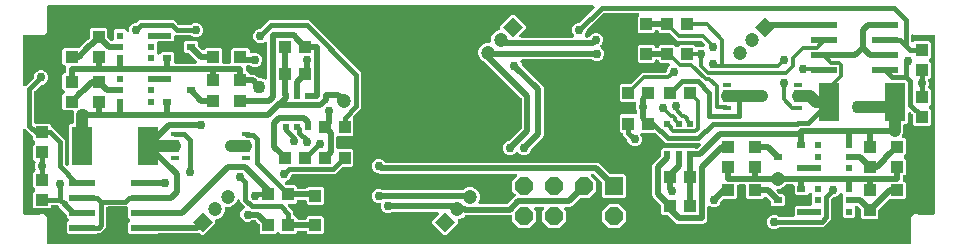
<source format=gbr>
G04 EAGLE Gerber RS-274X export*
G75*
%MOMM*%
%FSLAX34Y34*%
%LPD*%
%INTop Copper*%
%IPPOS*%
%AMOC8*
5,1,8,0,0,1.08239X$1,22.5*%
G01*
%ADD10R,1.200000X1.200000*%
%ADD11C,1.200000*%
%ADD12R,0.600000X0.600000*%
%ADD13R,1.000000X1.100000*%
%ADD14R,1.100000X1.000000*%
%ADD15R,0.730000X0.560000*%
%ADD16R,1.800000X3.200000*%
%ADD17R,1.524000X1.524000*%
%ADD18P,1.649562X8X202.500000*%
%ADD19R,0.800000X0.400000*%
%ADD20R,0.800000X1.050000*%
%ADD21R,2.200000X0.600000*%
%ADD22C,0.756400*%
%ADD23C,0.500000*%
%ADD24C,1.200000*%
%ADD25C,1.206400*%
%ADD26C,1.106400*%
%ADD27C,0.400000*%
%ADD28C,0.300000*%
%ADD29C,1.000000*%
%ADD30C,1.006400*%

G36*
X754535Y4005D02*
X754535Y4005D01*
X754571Y4002D01*
X754707Y4025D01*
X754843Y4041D01*
X754877Y4053D01*
X754912Y4058D01*
X755039Y4111D01*
X755169Y4158D01*
X755198Y4177D01*
X755231Y4191D01*
X755343Y4272D01*
X755458Y4347D01*
X755483Y4373D01*
X755511Y4393D01*
X755602Y4497D01*
X755697Y4597D01*
X755715Y4628D01*
X755738Y4654D01*
X755802Y4777D01*
X755872Y4895D01*
X755882Y4929D01*
X755899Y4961D01*
X755933Y5094D01*
X755974Y5226D01*
X755976Y5261D01*
X755985Y5295D01*
X755999Y5500D01*
X755999Y26657D01*
X758343Y29001D01*
X761710Y29001D01*
X761727Y28987D01*
X761853Y28928D01*
X761977Y28863D01*
X762009Y28855D01*
X762040Y28840D01*
X762176Y28812D01*
X762311Y28777D01*
X762356Y28774D01*
X762378Y28769D01*
X762412Y28770D01*
X762516Y28763D01*
X774738Y28763D01*
X774773Y28767D01*
X774809Y28764D01*
X774945Y28787D01*
X775081Y28803D01*
X775115Y28815D01*
X775150Y28820D01*
X775277Y28873D01*
X775407Y28920D01*
X775436Y28939D01*
X775469Y28953D01*
X775581Y29034D01*
X775696Y29109D01*
X775721Y29135D01*
X775749Y29155D01*
X775840Y29259D01*
X775935Y29359D01*
X775953Y29390D01*
X775976Y29416D01*
X776040Y29539D01*
X776110Y29657D01*
X776120Y29691D01*
X776137Y29723D01*
X776171Y29856D01*
X776212Y29988D01*
X776214Y30023D01*
X776223Y30057D01*
X776237Y30262D01*
X776237Y179738D01*
X776233Y179773D01*
X776236Y179809D01*
X776213Y179945D01*
X776197Y180081D01*
X776185Y180115D01*
X776180Y180150D01*
X776127Y180277D01*
X776080Y180407D01*
X776061Y180436D01*
X776047Y180469D01*
X775966Y180581D01*
X775891Y180696D01*
X775865Y180721D01*
X775845Y180749D01*
X775741Y180840D01*
X775641Y180935D01*
X775610Y180953D01*
X775584Y180976D01*
X775461Y181040D01*
X775343Y181110D01*
X775309Y181120D01*
X775277Y181137D01*
X775144Y181171D01*
X775012Y181212D01*
X774977Y181214D01*
X774943Y181223D01*
X774738Y181237D01*
X762516Y181237D01*
X762378Y181221D01*
X762238Y181211D01*
X762206Y181201D01*
X762173Y181197D01*
X762041Y181150D01*
X761908Y181109D01*
X761879Y181091D01*
X761848Y181080D01*
X761731Y181004D01*
X761723Y180999D01*
X758343Y180999D01*
X758260Y181082D01*
X758178Y181147D01*
X758103Y181219D01*
X758043Y181254D01*
X757989Y181297D01*
X757895Y181341D01*
X757805Y181394D01*
X757739Y181414D01*
X757676Y181444D01*
X757574Y181465D01*
X757474Y181496D01*
X757405Y181501D01*
X757338Y181515D01*
X757234Y181512D01*
X757129Y181519D01*
X757061Y181508D01*
X756992Y181507D01*
X756891Y181480D01*
X756788Y181463D01*
X756725Y181437D01*
X756658Y181420D01*
X756565Y181371D01*
X756469Y181331D01*
X756413Y181290D01*
X756352Y181258D01*
X756273Y181190D01*
X756189Y181129D01*
X756143Y181076D01*
X756091Y181031D01*
X756030Y180946D01*
X755962Y180867D01*
X755930Y180806D01*
X755889Y180750D01*
X755850Y180654D01*
X755801Y180561D01*
X755784Y180494D01*
X755758Y180431D01*
X755741Y180328D01*
X755715Y180227D01*
X755708Y180123D01*
X755702Y180089D01*
X755704Y180067D01*
X755701Y180022D01*
X755701Y176433D01*
X755713Y176329D01*
X755715Y176225D01*
X755733Y176158D01*
X755741Y176089D01*
X755776Y175991D01*
X755802Y175890D01*
X755835Y175829D01*
X755858Y175764D01*
X755915Y175677D01*
X755964Y175584D01*
X756009Y175532D01*
X756047Y175474D01*
X756122Y175402D01*
X756191Y175324D01*
X756247Y175283D01*
X756297Y175236D01*
X756387Y175183D01*
X756472Y175122D01*
X756536Y175096D01*
X756595Y175061D01*
X756695Y175030D01*
X756791Y174990D01*
X756860Y174979D01*
X756926Y174959D01*
X757030Y174951D01*
X757133Y174935D01*
X757202Y174940D01*
X757271Y174935D01*
X757373Y174952D01*
X757478Y174959D01*
X757544Y174980D01*
X757612Y174991D01*
X757708Y175031D01*
X757808Y175062D01*
X757867Y175097D01*
X757931Y175124D01*
X758016Y175185D01*
X758105Y175238D01*
X758184Y175306D01*
X758211Y175326D01*
X758226Y175343D01*
X758260Y175372D01*
X758588Y175701D01*
X771412Y175701D01*
X772701Y174412D01*
X772701Y162588D01*
X771172Y161060D01*
X771150Y161032D01*
X771124Y161009D01*
X771043Y160897D01*
X770958Y160789D01*
X770943Y160757D01*
X770922Y160728D01*
X770869Y160601D01*
X770811Y160476D01*
X770804Y160441D01*
X770790Y160409D01*
X770768Y160272D01*
X770740Y160138D01*
X770740Y160102D01*
X770735Y160067D01*
X770745Y159930D01*
X770748Y159792D01*
X770757Y159758D01*
X770759Y159722D01*
X770800Y159591D01*
X770835Y159458D01*
X770851Y159426D01*
X770862Y159392D01*
X770932Y159274D01*
X770996Y159152D01*
X771020Y159125D01*
X771038Y159095D01*
X771172Y158940D01*
X772701Y157412D01*
X772701Y145588D01*
X771225Y144112D01*
X771139Y144057D01*
X771006Y143974D01*
X770994Y143962D01*
X770980Y143953D01*
X770873Y143840D01*
X770762Y143730D01*
X770753Y143715D01*
X770742Y143703D01*
X770663Y143568D01*
X770581Y143435D01*
X770575Y143419D01*
X770567Y143405D01*
X770521Y143256D01*
X770471Y143107D01*
X770470Y143091D01*
X770465Y143074D01*
X770454Y142918D01*
X770440Y142763D01*
X770442Y142746D01*
X770441Y142729D01*
X770466Y142575D01*
X770488Y142421D01*
X770495Y142400D01*
X770497Y142388D01*
X770508Y142363D01*
X770553Y142226D01*
X770983Y141190D01*
X770983Y138810D01*
X770553Y137774D01*
X770511Y137623D01*
X770465Y137474D01*
X770464Y137457D01*
X770459Y137441D01*
X770452Y137286D01*
X770441Y137129D01*
X770444Y137113D01*
X770443Y137096D01*
X770472Y136942D01*
X770497Y136788D01*
X770503Y136773D01*
X770507Y136756D01*
X770570Y136613D01*
X770630Y136469D01*
X770640Y136455D01*
X770646Y136440D01*
X770741Y136315D01*
X770832Y136189D01*
X770845Y136177D01*
X770855Y136164D01*
X770975Y136064D01*
X771093Y135962D01*
X771108Y135954D01*
X771121Y135943D01*
X771216Y135896D01*
X772701Y134412D01*
X772701Y122588D01*
X771172Y121060D01*
X771150Y121032D01*
X771124Y121009D01*
X771043Y120897D01*
X770958Y120789D01*
X770943Y120757D01*
X770922Y120728D01*
X770869Y120601D01*
X770811Y120476D01*
X770804Y120441D01*
X770790Y120409D01*
X770768Y120272D01*
X770740Y120138D01*
X770740Y120102D01*
X770735Y120067D01*
X770745Y119930D01*
X770748Y119792D01*
X770757Y119758D01*
X770759Y119722D01*
X770800Y119591D01*
X770835Y119458D01*
X770851Y119426D01*
X770862Y119392D01*
X770932Y119273D01*
X770996Y119152D01*
X771020Y119125D01*
X771038Y119095D01*
X771172Y118940D01*
X772701Y117412D01*
X772701Y105588D01*
X771412Y104299D01*
X758588Y104299D01*
X757299Y105588D01*
X757299Y113199D01*
X757283Y113338D01*
X757273Y113477D01*
X757263Y113509D01*
X757259Y113543D01*
X757212Y113674D01*
X757171Y113807D01*
X757153Y113836D01*
X757142Y113868D01*
X757066Y113985D01*
X756995Y114105D01*
X756965Y114139D01*
X756953Y114158D01*
X756929Y114181D01*
X756860Y114259D01*
X755760Y115359D01*
X755678Y115424D01*
X755603Y115496D01*
X755543Y115531D01*
X755489Y115574D01*
X755395Y115619D01*
X755305Y115671D01*
X755239Y115692D01*
X755176Y115721D01*
X755074Y115743D01*
X754974Y115773D01*
X754905Y115778D01*
X754838Y115792D01*
X754734Y115790D01*
X754629Y115797D01*
X754561Y115786D01*
X754492Y115784D01*
X754391Y115758D01*
X754288Y115741D01*
X754225Y115714D01*
X754158Y115697D01*
X754065Y115648D01*
X753969Y115608D01*
X753913Y115568D01*
X753852Y115536D01*
X753773Y115467D01*
X753689Y115406D01*
X753643Y115354D01*
X753591Y115308D01*
X753530Y115224D01*
X753462Y115145D01*
X753430Y115084D01*
X753389Y115028D01*
X753350Y114931D01*
X753301Y114839D01*
X753284Y114772D01*
X753258Y114708D01*
X753241Y114605D01*
X753215Y114504D01*
X753208Y114400D01*
X753202Y114367D01*
X753204Y114344D01*
X753201Y114299D01*
X753201Y107088D01*
X751912Y105799D01*
X750700Y105799D01*
X750665Y105795D01*
X750629Y105798D01*
X750493Y105775D01*
X750357Y105759D01*
X750323Y105747D01*
X750288Y105742D01*
X750161Y105689D01*
X750031Y105642D01*
X750002Y105623D01*
X749969Y105609D01*
X749857Y105528D01*
X749742Y105453D01*
X749717Y105427D01*
X749689Y105407D01*
X749598Y105303D01*
X749503Y105203D01*
X749485Y105172D01*
X749462Y105146D01*
X749398Y105023D01*
X749328Y104905D01*
X749318Y104871D01*
X749301Y104839D01*
X749267Y104706D01*
X749226Y104574D01*
X749224Y104539D01*
X749215Y104505D01*
X749201Y104300D01*
X749201Y98568D01*
X748043Y95774D01*
X748001Y95624D01*
X747955Y95474D01*
X747953Y95457D01*
X747949Y95441D01*
X747942Y95285D01*
X747931Y95129D01*
X747934Y95113D01*
X747933Y95096D01*
X747962Y94942D01*
X747987Y94788D01*
X747993Y94773D01*
X747997Y94756D01*
X748060Y94613D01*
X748120Y94469D01*
X748130Y94455D01*
X748136Y94440D01*
X748230Y94315D01*
X748322Y94189D01*
X748335Y94177D01*
X748345Y94164D01*
X748465Y94064D01*
X748583Y93962D01*
X748598Y93954D01*
X748611Y93943D01*
X748751Y93874D01*
X748889Y93801D01*
X748906Y93797D01*
X748921Y93789D01*
X749072Y93754D01*
X749224Y93715D01*
X749246Y93713D01*
X749257Y93711D01*
X749285Y93711D01*
X749429Y93701D01*
X750412Y93701D01*
X751701Y92412D01*
X751701Y80588D01*
X750172Y79060D01*
X750150Y79032D01*
X750124Y79009D01*
X750043Y78897D01*
X749958Y78789D01*
X749943Y78757D01*
X749922Y78728D01*
X749869Y78601D01*
X749811Y78476D01*
X749804Y78441D01*
X749790Y78409D01*
X749768Y78272D01*
X749740Y78138D01*
X749740Y78102D01*
X749735Y78067D01*
X749745Y77930D01*
X749748Y77792D01*
X749757Y77758D01*
X749759Y77722D01*
X749800Y77591D01*
X749835Y77458D01*
X749851Y77426D01*
X749862Y77392D01*
X749932Y77274D01*
X749996Y77152D01*
X750020Y77125D01*
X750038Y77095D01*
X750172Y76940D01*
X751701Y75412D01*
X751701Y63588D01*
X750412Y62299D01*
X750200Y62299D01*
X750165Y62295D01*
X750129Y62298D01*
X749993Y62275D01*
X749857Y62259D01*
X749823Y62247D01*
X749788Y62242D01*
X749661Y62189D01*
X749531Y62142D01*
X749502Y62123D01*
X749469Y62109D01*
X749357Y62028D01*
X749242Y61953D01*
X749217Y61927D01*
X749189Y61907D01*
X749098Y61803D01*
X749003Y61703D01*
X748985Y61672D01*
X748962Y61646D01*
X748898Y61523D01*
X748828Y61405D01*
X748818Y61371D01*
X748801Y61339D01*
X748767Y61206D01*
X748726Y61074D01*
X748724Y61039D01*
X748715Y61005D01*
X748701Y60800D01*
X748701Y58200D01*
X748705Y58165D01*
X748702Y58129D01*
X748725Y57993D01*
X748741Y57857D01*
X748753Y57823D01*
X748758Y57788D01*
X748811Y57661D01*
X748858Y57531D01*
X748877Y57502D01*
X748891Y57469D01*
X748972Y57357D01*
X749047Y57242D01*
X749073Y57217D01*
X749093Y57189D01*
X749197Y57098D01*
X749297Y57003D01*
X749328Y56985D01*
X749354Y56962D01*
X749477Y56898D01*
X749595Y56828D01*
X749629Y56818D01*
X749661Y56801D01*
X749794Y56767D01*
X749926Y56726D01*
X749961Y56724D01*
X749995Y56715D01*
X750200Y56701D01*
X750412Y56701D01*
X751701Y55412D01*
X751701Y43588D01*
X750412Y42299D01*
X738068Y42299D01*
X737930Y42283D01*
X737791Y42273D01*
X737758Y42263D01*
X737725Y42259D01*
X737594Y42212D01*
X737460Y42171D01*
X737431Y42153D01*
X737399Y42142D01*
X737283Y42066D01*
X737163Y41995D01*
X737129Y41965D01*
X737110Y41953D01*
X737087Y41929D01*
X737008Y41860D01*
X735000Y39852D01*
X734988Y39837D01*
X734974Y39826D01*
X734881Y39702D01*
X734785Y39581D01*
X734777Y39564D01*
X734766Y39549D01*
X734689Y39394D01*
X730608Y35313D01*
X730601Y35311D01*
X730468Y35232D01*
X730333Y35157D01*
X730319Y35144D01*
X730303Y35135D01*
X730148Y35000D01*
X728640Y33492D01*
X728563Y33395D01*
X728558Y33389D01*
X728555Y33385D01*
X728553Y33383D01*
X728462Y33277D01*
X728446Y33247D01*
X728425Y33221D01*
X728366Y33095D01*
X728301Y32971D01*
X728293Y32939D01*
X728278Y32908D01*
X728250Y32772D01*
X728215Y32637D01*
X728212Y32591D01*
X728207Y32570D01*
X728208Y32536D01*
X728201Y32432D01*
X728201Y26088D01*
X726912Y24799D01*
X715088Y24799D01*
X713799Y26088D01*
X713799Y32432D01*
X713783Y32570D01*
X713773Y32709D01*
X713763Y32742D01*
X713759Y32775D01*
X713712Y32906D01*
X713671Y33040D01*
X713653Y33069D01*
X713642Y33101D01*
X713566Y33217D01*
X713495Y33337D01*
X713465Y33372D01*
X713453Y33390D01*
X713429Y33413D01*
X713360Y33492D01*
X711852Y35000D01*
X711837Y35012D01*
X711826Y35026D01*
X711702Y35119D01*
X711581Y35215D01*
X711564Y35223D01*
X711549Y35234D01*
X711394Y35311D01*
X710845Y35860D01*
X710736Y35947D01*
X710631Y36038D01*
X710601Y36054D01*
X710574Y36075D01*
X710448Y36134D01*
X710325Y36199D01*
X710292Y36207D01*
X710261Y36222D01*
X710125Y36250D01*
X709990Y36285D01*
X709945Y36288D01*
X709923Y36293D01*
X709889Y36292D01*
X709785Y36299D01*
X709700Y36299D01*
X709665Y36295D01*
X709629Y36298D01*
X709493Y36275D01*
X709357Y36259D01*
X709323Y36247D01*
X709288Y36242D01*
X709161Y36189D01*
X709031Y36142D01*
X709002Y36123D01*
X708969Y36109D01*
X708857Y36028D01*
X708742Y35953D01*
X708717Y35927D01*
X708689Y35907D01*
X708598Y35803D01*
X708503Y35703D01*
X708485Y35672D01*
X708462Y35646D01*
X708398Y35523D01*
X708328Y35405D01*
X708318Y35371D01*
X708301Y35339D01*
X708267Y35206D01*
X708226Y35074D01*
X708224Y35039D01*
X708215Y35005D01*
X708201Y34800D01*
X708201Y27588D01*
X706912Y26299D01*
X699088Y26299D01*
X697799Y27588D01*
X697799Y35476D01*
X697807Y35493D01*
X697828Y35522D01*
X697881Y35649D01*
X697939Y35774D01*
X697946Y35808D01*
X697960Y35841D01*
X697982Y35977D01*
X698010Y36112D01*
X698010Y36148D01*
X698015Y36183D01*
X698005Y36320D01*
X698002Y36458D01*
X697993Y36492D01*
X697991Y36528D01*
X697950Y36659D01*
X697915Y36792D01*
X697899Y36824D01*
X697888Y36858D01*
X697818Y36976D01*
X697799Y37012D01*
X697799Y44976D01*
X697807Y44993D01*
X697828Y45022D01*
X697881Y45149D01*
X697939Y45274D01*
X697946Y45308D01*
X697960Y45341D01*
X697982Y45477D01*
X698010Y45612D01*
X698010Y45648D01*
X698015Y45682D01*
X698005Y45820D01*
X698002Y45958D01*
X697993Y45992D01*
X697991Y46027D01*
X697950Y46159D01*
X697915Y46292D01*
X697899Y46324D01*
X697888Y46357D01*
X697818Y46476D01*
X697754Y46598D01*
X697730Y46625D01*
X697712Y46655D01*
X697578Y46810D01*
X697451Y46937D01*
X697328Y47034D01*
X697208Y47134D01*
X697193Y47141D01*
X697180Y47152D01*
X697038Y47218D01*
X696898Y47288D01*
X696882Y47291D01*
X696867Y47298D01*
X696714Y47331D01*
X696562Y47366D01*
X696545Y47366D01*
X696529Y47370D01*
X696373Y47366D01*
X696216Y47366D01*
X696200Y47362D01*
X696183Y47362D01*
X696032Y47322D01*
X695879Y47286D01*
X695864Y47279D01*
X695848Y47275D01*
X695710Y47202D01*
X695570Y47132D01*
X695557Y47121D01*
X695543Y47113D01*
X695425Y47011D01*
X695305Y46910D01*
X695294Y46897D01*
X695282Y46886D01*
X695191Y46759D01*
X695101Y46641D01*
X693389Y44928D01*
X691190Y44017D01*
X690579Y44017D01*
X690441Y44001D01*
X690301Y43991D01*
X690269Y43981D01*
X690236Y43977D01*
X690105Y43930D01*
X689971Y43889D01*
X689942Y43871D01*
X689910Y43860D01*
X689794Y43784D01*
X689674Y43713D01*
X689639Y43683D01*
X689621Y43671D01*
X689598Y43647D01*
X689519Y43578D01*
X688840Y42899D01*
X688753Y42790D01*
X688662Y42685D01*
X688646Y42655D01*
X688625Y42628D01*
X688566Y42502D01*
X688501Y42378D01*
X688493Y42346D01*
X688478Y42315D01*
X688450Y42178D01*
X688415Y42044D01*
X688412Y41999D01*
X688407Y41977D01*
X688408Y41943D01*
X688401Y41839D01*
X688401Y25020D01*
X681782Y18401D01*
X644881Y18401D01*
X644743Y18385D01*
X644604Y18375D01*
X644571Y18365D01*
X644538Y18361D01*
X644407Y18314D01*
X644273Y18273D01*
X644244Y18255D01*
X644213Y18244D01*
X644096Y18168D01*
X643976Y18097D01*
X643942Y18067D01*
X643923Y18055D01*
X643900Y18031D01*
X643821Y17962D01*
X643389Y17530D01*
X641190Y16619D01*
X638810Y16619D01*
X636611Y17530D01*
X634928Y19213D01*
X634017Y21412D01*
X634017Y23792D01*
X634928Y25991D01*
X636611Y27674D01*
X638810Y28585D01*
X641190Y28585D01*
X643389Y27674D01*
X643821Y27242D01*
X643930Y27155D01*
X644036Y27064D01*
X644066Y27048D01*
X644092Y27027D01*
X644218Y26968D01*
X644342Y26903D01*
X644374Y26895D01*
X644405Y26880D01*
X644541Y26852D01*
X644676Y26817D01*
X644722Y26814D01*
X644743Y26809D01*
X644777Y26810D01*
X644881Y26803D01*
X655650Y26803D01*
X655685Y26807D01*
X655721Y26804D01*
X655857Y26827D01*
X655993Y26843D01*
X656027Y26855D01*
X656062Y26860D01*
X656189Y26913D01*
X656319Y26960D01*
X656348Y26979D01*
X656381Y26993D01*
X656493Y27074D01*
X656608Y27149D01*
X656633Y27175D01*
X656661Y27195D01*
X656752Y27299D01*
X656847Y27399D01*
X656865Y27430D01*
X656888Y27456D01*
X656952Y27579D01*
X657022Y27697D01*
X657032Y27731D01*
X657049Y27763D01*
X657083Y27896D01*
X657124Y28028D01*
X657126Y28063D01*
X657135Y28097D01*
X657149Y28302D01*
X657149Y35212D01*
X658438Y36501D01*
X667592Y36501D01*
X667637Y36462D01*
X667667Y36446D01*
X667693Y36425D01*
X667819Y36366D01*
X667943Y36301D01*
X667976Y36293D01*
X668006Y36278D01*
X668143Y36250D01*
X668278Y36215D01*
X668323Y36212D01*
X668345Y36207D01*
X668378Y36208D01*
X668483Y36201D01*
X670300Y36201D01*
X670335Y36205D01*
X670371Y36202D01*
X670507Y36225D01*
X670643Y36241D01*
X670677Y36253D01*
X670712Y36258D01*
X670839Y36311D01*
X670969Y36358D01*
X670998Y36377D01*
X671031Y36391D01*
X671143Y36472D01*
X671258Y36547D01*
X671283Y36572D01*
X671311Y36593D01*
X671402Y36697D01*
X671497Y36797D01*
X671515Y36828D01*
X671538Y36854D01*
X671602Y36977D01*
X671672Y37095D01*
X671682Y37129D01*
X671699Y37161D01*
X671733Y37294D01*
X671774Y37426D01*
X671776Y37461D01*
X671785Y37495D01*
X671799Y37700D01*
X671799Y44976D01*
X671807Y44993D01*
X671828Y45022D01*
X671880Y45149D01*
X671939Y45274D01*
X671946Y45309D01*
X671960Y45341D01*
X671982Y45477D01*
X672010Y45612D01*
X672010Y45648D01*
X672015Y45683D01*
X672005Y45820D01*
X672002Y45958D01*
X671993Y45992D01*
X671991Y46028D01*
X671950Y46159D01*
X671915Y46292D01*
X671899Y46324D01*
X671888Y46358D01*
X671818Y46477D01*
X671754Y46598D01*
X671730Y46625D01*
X671712Y46656D01*
X671681Y46691D01*
X671665Y46721D01*
X671642Y46786D01*
X671585Y46874D01*
X671536Y46966D01*
X671491Y47018D01*
X671453Y47076D01*
X671378Y47148D01*
X671309Y47226D01*
X671253Y47267D01*
X671203Y47314D01*
X671113Y47367D01*
X671028Y47428D01*
X670964Y47454D01*
X670905Y47489D01*
X670805Y47520D01*
X670709Y47560D01*
X670640Y47571D01*
X670574Y47591D01*
X670470Y47599D01*
X670367Y47615D01*
X670298Y47610D01*
X670229Y47615D01*
X670127Y47598D01*
X670022Y47591D01*
X669956Y47570D01*
X669888Y47559D01*
X669792Y47519D01*
X669692Y47488D01*
X669633Y47453D01*
X669569Y47426D01*
X669484Y47365D01*
X669395Y47312D01*
X669316Y47244D01*
X669289Y47224D01*
X669274Y47207D01*
X669240Y47178D01*
X667562Y45499D01*
X658438Y45499D01*
X657149Y46788D01*
X657149Y53000D01*
X657145Y53035D01*
X657148Y53071D01*
X657125Y53207D01*
X657109Y53343D01*
X657097Y53377D01*
X657092Y53412D01*
X657039Y53539D01*
X656992Y53669D01*
X656973Y53698D01*
X656959Y53731D01*
X656878Y53843D01*
X656803Y53958D01*
X656777Y53983D01*
X656757Y54011D01*
X656653Y54102D01*
X656553Y54197D01*
X656522Y54215D01*
X656496Y54238D01*
X656373Y54302D01*
X656255Y54372D01*
X656221Y54382D01*
X656189Y54399D01*
X656056Y54433D01*
X655924Y54474D01*
X655889Y54476D01*
X655855Y54485D01*
X655650Y54499D01*
X650563Y54499D01*
X650425Y54483D01*
X650286Y54473D01*
X650253Y54463D01*
X650220Y54459D01*
X650089Y54412D01*
X649955Y54371D01*
X649926Y54353D01*
X649895Y54342D01*
X649778Y54266D01*
X649658Y54195D01*
X649624Y54165D01*
X649605Y54153D01*
X649582Y54129D01*
X649503Y54060D01*
X647664Y52221D01*
X644638Y50967D01*
X643300Y50967D01*
X643197Y50955D01*
X643092Y50953D01*
X643025Y50935D01*
X642957Y50927D01*
X642859Y50892D01*
X642758Y50866D01*
X642696Y50833D01*
X642631Y50810D01*
X642544Y50753D01*
X642452Y50704D01*
X642400Y50659D01*
X642342Y50621D01*
X642270Y50546D01*
X642191Y50477D01*
X642151Y50421D01*
X642103Y50371D01*
X642050Y50281D01*
X641990Y50196D01*
X641963Y50132D01*
X641928Y50073D01*
X641897Y49973D01*
X641858Y49877D01*
X641847Y49808D01*
X641826Y49742D01*
X641819Y49638D01*
X641802Y49535D01*
X641807Y49466D01*
X641802Y49397D01*
X641819Y49295D01*
X641827Y49190D01*
X641847Y49124D01*
X641858Y49056D01*
X641898Y48960D01*
X641930Y48860D01*
X641965Y48801D01*
X641991Y48737D01*
X642052Y48652D01*
X642105Y48563D01*
X642174Y48484D01*
X642193Y48457D01*
X642210Y48442D01*
X642240Y48408D01*
X644208Y46440D01*
X644317Y46353D01*
X644423Y46262D01*
X644453Y46246D01*
X644479Y46225D01*
X644605Y46166D01*
X644729Y46101D01*
X644762Y46093D01*
X644792Y46078D01*
X644928Y46050D01*
X645063Y46015D01*
X645109Y46012D01*
X645130Y46007D01*
X645164Y46008D01*
X645268Y46001D01*
X647562Y46001D01*
X648851Y44712D01*
X648851Y37288D01*
X647562Y35999D01*
X638438Y35999D01*
X637149Y37288D01*
X637149Y39582D01*
X637133Y39720D01*
X637123Y39859D01*
X637113Y39892D01*
X637109Y39925D01*
X637062Y40056D01*
X637021Y40190D01*
X637003Y40219D01*
X636992Y40250D01*
X636916Y40367D01*
X636845Y40487D01*
X636815Y40521D01*
X636803Y40540D01*
X636779Y40563D01*
X636710Y40642D01*
X633792Y43560D01*
X633765Y43582D01*
X633741Y43609D01*
X633629Y43689D01*
X633521Y43774D01*
X633489Y43790D01*
X633460Y43810D01*
X633333Y43863D01*
X633208Y43921D01*
X633174Y43929D01*
X633141Y43942D01*
X633005Y43964D01*
X632870Y43993D01*
X632835Y43992D01*
X632800Y43997D01*
X632662Y43988D01*
X632524Y43984D01*
X632490Y43976D01*
X632455Y43973D01*
X632323Y43932D01*
X632190Y43897D01*
X632158Y43881D01*
X632125Y43870D01*
X632006Y43800D01*
X631884Y43736D01*
X631857Y43713D01*
X631827Y43695D01*
X631672Y43560D01*
X630412Y42299D01*
X617588Y42299D01*
X616299Y43588D01*
X616299Y53000D01*
X616295Y53035D01*
X616298Y53071D01*
X616275Y53207D01*
X616259Y53343D01*
X616247Y53377D01*
X616242Y53412D01*
X616189Y53539D01*
X616142Y53669D01*
X616123Y53698D01*
X616109Y53731D01*
X616028Y53843D01*
X615953Y53958D01*
X615927Y53983D01*
X615907Y54011D01*
X615803Y54102D01*
X615703Y54197D01*
X615672Y54215D01*
X615646Y54238D01*
X615523Y54302D01*
X615405Y54372D01*
X615371Y54382D01*
X615339Y54399D01*
X615206Y54433D01*
X615074Y54474D01*
X615039Y54476D01*
X615005Y54485D01*
X614800Y54499D01*
X610200Y54499D01*
X610165Y54495D01*
X610129Y54498D01*
X609993Y54475D01*
X609857Y54459D01*
X609823Y54447D01*
X609788Y54442D01*
X609661Y54389D01*
X609531Y54342D01*
X609502Y54323D01*
X609469Y54309D01*
X609357Y54228D01*
X609242Y54153D01*
X609217Y54127D01*
X609189Y54107D01*
X609098Y54003D01*
X609003Y53903D01*
X608985Y53872D01*
X608962Y53846D01*
X608898Y53723D01*
X608828Y53605D01*
X608818Y53571D01*
X608801Y53539D01*
X608767Y53406D01*
X608726Y53274D01*
X608724Y53239D01*
X608715Y53205D01*
X608701Y53000D01*
X608701Y43588D01*
X607412Y42299D01*
X597568Y42299D01*
X597430Y42283D01*
X597291Y42273D01*
X597258Y42263D01*
X597225Y42259D01*
X597094Y42212D01*
X596960Y42171D01*
X596931Y42153D01*
X596899Y42142D01*
X596783Y42066D01*
X596663Y41995D01*
X596629Y41965D01*
X596610Y41953D01*
X596587Y41929D01*
X596508Y41860D01*
X595652Y41004D01*
X595578Y40911D01*
X595554Y40886D01*
X595547Y40873D01*
X595474Y40789D01*
X595458Y40759D01*
X595437Y40733D01*
X595378Y40607D01*
X595313Y40483D01*
X595305Y40450D01*
X595290Y40420D01*
X595262Y40284D01*
X595227Y40148D01*
X595224Y40103D01*
X595219Y40082D01*
X595220Y40057D01*
X594302Y37841D01*
X592619Y36158D01*
X590420Y35247D01*
X588040Y35247D01*
X585806Y36172D01*
X585803Y36176D01*
X585743Y36211D01*
X585689Y36253D01*
X585595Y36298D01*
X585505Y36351D01*
X585439Y36371D01*
X585376Y36400D01*
X585274Y36422D01*
X585174Y36453D01*
X585105Y36457D01*
X585038Y36472D01*
X584934Y36469D01*
X584829Y36476D01*
X584761Y36465D01*
X584692Y36464D01*
X584591Y36437D01*
X584488Y36420D01*
X584425Y36394D01*
X584358Y36376D01*
X584265Y36328D01*
X584169Y36288D01*
X584113Y36247D01*
X584052Y36215D01*
X583973Y36147D01*
X583889Y36085D01*
X583843Y36033D01*
X583791Y35988D01*
X583730Y35903D01*
X583662Y35824D01*
X583630Y35763D01*
X583590Y35707D01*
X583550Y35611D01*
X583501Y35518D01*
X583484Y35451D01*
X583458Y35388D01*
X583441Y35285D01*
X583415Y35183D01*
X583408Y35079D01*
X583402Y35046D01*
X583404Y35024D01*
X583401Y34979D01*
X583401Y24971D01*
X582685Y23244D01*
X581310Y21868D01*
X579582Y21152D01*
X558065Y21152D01*
X556337Y21868D01*
X549845Y28360D01*
X549736Y28447D01*
X549631Y28538D01*
X549601Y28554D01*
X549574Y28575D01*
X549448Y28634D01*
X549325Y28699D01*
X549292Y28707D01*
X549261Y28722D01*
X549125Y28750D01*
X548990Y28785D01*
X548945Y28788D01*
X548923Y28793D01*
X548889Y28792D01*
X548785Y28799D01*
X545088Y28799D01*
X543799Y30088D01*
X543799Y36432D01*
X543783Y36570D01*
X543773Y36709D01*
X543763Y36742D01*
X543759Y36775D01*
X543712Y36906D01*
X543671Y37040D01*
X543653Y37069D01*
X543642Y37101D01*
X543566Y37217D01*
X543495Y37337D01*
X543465Y37371D01*
X543453Y37390D01*
X543429Y37413D01*
X543360Y37492D01*
X537315Y43537D01*
X536599Y45265D01*
X536599Y69882D01*
X537315Y71610D01*
X538848Y73143D01*
X543860Y78155D01*
X543947Y78264D01*
X544038Y78369D01*
X544054Y78399D01*
X544075Y78426D01*
X544134Y78552D01*
X544199Y78675D01*
X544207Y78708D01*
X544222Y78739D01*
X544250Y78875D01*
X544285Y79010D01*
X544288Y79055D01*
X544293Y79077D01*
X544292Y79111D01*
X544299Y79215D01*
X544299Y83912D01*
X545588Y85201D01*
X553476Y85201D01*
X553493Y85193D01*
X553522Y85172D01*
X553649Y85120D01*
X553774Y85061D01*
X553809Y85054D01*
X553841Y85040D01*
X553977Y85018D01*
X554112Y84990D01*
X554148Y84990D01*
X554183Y84985D01*
X554320Y84995D01*
X554458Y84998D01*
X554492Y85007D01*
X554528Y85009D01*
X554659Y85050D01*
X554792Y85085D01*
X554824Y85101D01*
X554858Y85112D01*
X554977Y85182D01*
X555012Y85201D01*
X562976Y85201D01*
X562993Y85193D01*
X563022Y85172D01*
X563149Y85119D01*
X563274Y85061D01*
X563308Y85054D01*
X563341Y85040D01*
X563477Y85018D01*
X563612Y84990D01*
X563648Y84990D01*
X563683Y84985D01*
X563820Y84995D01*
X563958Y84998D01*
X563992Y85007D01*
X564028Y85009D01*
X564159Y85050D01*
X564292Y85085D01*
X564324Y85101D01*
X564358Y85112D01*
X564476Y85182D01*
X564512Y85201D01*
X572412Y85201D01*
X572472Y85140D01*
X572581Y85054D01*
X572687Y84962D01*
X572717Y84946D01*
X572743Y84925D01*
X572869Y84866D01*
X572993Y84801D01*
X573026Y84793D01*
X573056Y84778D01*
X573193Y84750D01*
X573328Y84715D01*
X573373Y84712D01*
X573395Y84707D01*
X573428Y84708D01*
X573533Y84701D01*
X574432Y84701D01*
X574570Y84717D01*
X574709Y84727D01*
X574742Y84737D01*
X574775Y84741D01*
X574906Y84788D01*
X575040Y84829D01*
X575069Y84847D01*
X575100Y84858D01*
X575217Y84934D01*
X575337Y85005D01*
X575371Y85035D01*
X575390Y85047D01*
X575413Y85071D01*
X575492Y85140D01*
X577192Y86840D01*
X577257Y86922D01*
X577329Y86997D01*
X577364Y87057D01*
X577407Y87111D01*
X577451Y87205D01*
X577504Y87295D01*
X577524Y87361D01*
X577554Y87424D01*
X577575Y87526D01*
X577606Y87626D01*
X577611Y87695D01*
X577625Y87762D01*
X577622Y87866D01*
X577630Y87971D01*
X577618Y88039D01*
X577617Y88108D01*
X577590Y88209D01*
X577574Y88312D01*
X577547Y88376D01*
X577530Y88442D01*
X577481Y88535D01*
X577441Y88631D01*
X577400Y88687D01*
X577368Y88748D01*
X577300Y88827D01*
X577239Y88911D01*
X577186Y88957D01*
X577141Y89009D01*
X577056Y89070D01*
X576977Y89138D01*
X576916Y89170D01*
X576860Y89211D01*
X576764Y89250D01*
X576671Y89299D01*
X576604Y89316D01*
X576541Y89342D01*
X576438Y89359D01*
X576337Y89385D01*
X576233Y89392D01*
X576199Y89398D01*
X576177Y89396D01*
X576132Y89399D01*
X548220Y89399D01*
X539759Y97860D01*
X539650Y97947D01*
X539545Y98038D01*
X539515Y98054D01*
X539488Y98075D01*
X539362Y98134D01*
X539239Y98199D01*
X539206Y98207D01*
X539175Y98222D01*
X539039Y98250D01*
X538904Y98285D01*
X538859Y98288D01*
X538837Y98293D01*
X538803Y98292D01*
X538699Y98299D01*
X528064Y98299D01*
X527909Y98281D01*
X527753Y98267D01*
X527737Y98261D01*
X527720Y98259D01*
X527574Y98206D01*
X527425Y98157D01*
X527411Y98148D01*
X527395Y98142D01*
X527264Y98057D01*
X527132Y97974D01*
X527120Y97962D01*
X527106Y97953D01*
X526998Y97840D01*
X526887Y97730D01*
X526879Y97715D01*
X526867Y97703D01*
X526788Y97569D01*
X526706Y97435D01*
X526700Y97419D01*
X526692Y97405D01*
X526646Y97256D01*
X526596Y97107D01*
X526595Y97091D01*
X526590Y97074D01*
X526579Y96918D01*
X526565Y96763D01*
X526567Y96746D01*
X526566Y96729D01*
X526592Y96575D01*
X526613Y96421D01*
X526620Y96400D01*
X526622Y96388D01*
X526633Y96363D01*
X526679Y96226D01*
X527657Y93864D01*
X527657Y91484D01*
X526746Y89285D01*
X525063Y87602D01*
X522864Y86692D01*
X520484Y86692D01*
X518285Y87602D01*
X516602Y89285D01*
X515692Y91484D01*
X515692Y92095D01*
X515676Y92233D01*
X515666Y92373D01*
X515656Y92405D01*
X515652Y92439D01*
X515604Y92570D01*
X515563Y92703D01*
X515546Y92732D01*
X515534Y92764D01*
X515458Y92881D01*
X515387Y93001D01*
X515358Y93035D01*
X515345Y93053D01*
X515321Y93077D01*
X515252Y93155D01*
X512299Y96109D01*
X512299Y96800D01*
X512295Y96835D01*
X512298Y96871D01*
X512275Y97007D01*
X512259Y97143D01*
X512247Y97177D01*
X512242Y97212D01*
X512189Y97339D01*
X512142Y97469D01*
X512123Y97498D01*
X512109Y97531D01*
X512028Y97643D01*
X511953Y97758D01*
X511927Y97783D01*
X511907Y97811D01*
X511803Y97902D01*
X511703Y97997D01*
X511672Y98015D01*
X511646Y98038D01*
X511523Y98102D01*
X511405Y98172D01*
X511371Y98182D01*
X511339Y98199D01*
X511206Y98233D01*
X511074Y98274D01*
X511039Y98276D01*
X511005Y98285D01*
X510800Y98299D01*
X510588Y98299D01*
X509299Y99588D01*
X509299Y112412D01*
X510588Y113701D01*
X522300Y113701D01*
X522335Y113705D01*
X522371Y113702D01*
X522507Y113725D01*
X522643Y113741D01*
X522677Y113753D01*
X522712Y113758D01*
X522839Y113811D01*
X522969Y113858D01*
X522998Y113877D01*
X523031Y113891D01*
X523143Y113972D01*
X523258Y114047D01*
X523283Y114073D01*
X523311Y114093D01*
X523402Y114197D01*
X523497Y114297D01*
X523515Y114328D01*
X523538Y114354D01*
X523602Y114477D01*
X523672Y114595D01*
X523682Y114629D01*
X523699Y114661D01*
X523733Y114794D01*
X523774Y114926D01*
X523776Y114961D01*
X523785Y114995D01*
X523799Y115200D01*
X523799Y115619D01*
X523783Y115757D01*
X523773Y115896D01*
X523763Y115929D01*
X523759Y115962D01*
X523712Y116093D01*
X523671Y116227D01*
X523653Y116256D01*
X523642Y116287D01*
X523566Y116404D01*
X523495Y116524D01*
X523465Y116558D01*
X523453Y116577D01*
X523435Y116594D01*
X522517Y118810D01*
X522517Y121190D01*
X522947Y122226D01*
X522989Y122377D01*
X523035Y122526D01*
X523036Y122543D01*
X523041Y122559D01*
X523048Y122714D01*
X523059Y122871D01*
X523056Y122887D01*
X523057Y122904D01*
X523028Y123058D01*
X523003Y123212D01*
X522997Y123227D01*
X522993Y123244D01*
X522930Y123387D01*
X522870Y123531D01*
X522860Y123545D01*
X522854Y123560D01*
X522759Y123685D01*
X522668Y123811D01*
X522655Y123823D01*
X522645Y123836D01*
X522525Y123936D01*
X522407Y124038D01*
X522392Y124046D01*
X522379Y124057D01*
X522239Y124126D01*
X522101Y124199D01*
X522084Y124203D01*
X522069Y124211D01*
X521917Y124246D01*
X521766Y124285D01*
X521744Y124287D01*
X521733Y124289D01*
X521705Y124289D01*
X521561Y124299D01*
X510588Y124299D01*
X509299Y125588D01*
X509299Y138412D01*
X510588Y139701D01*
X518346Y139701D01*
X518484Y139717D01*
X518624Y139727D01*
X518656Y139737D01*
X518690Y139741D01*
X518820Y139788D01*
X518954Y139829D01*
X518983Y139847D01*
X519015Y139858D01*
X519132Y139934D01*
X519252Y140005D01*
X519286Y140035D01*
X519304Y140047D01*
X519328Y140071D01*
X519406Y140140D01*
X525360Y146094D01*
X527967Y148701D01*
X547518Y148701D01*
X547553Y148705D01*
X547589Y148702D01*
X547725Y148725D01*
X547861Y148741D01*
X547895Y148753D01*
X547930Y148758D01*
X548057Y148811D01*
X548187Y148858D01*
X548216Y148877D01*
X548249Y148891D01*
X548361Y148972D01*
X548476Y149047D01*
X548501Y149073D01*
X548529Y149093D01*
X548620Y149197D01*
X548715Y149297D01*
X548733Y149328D01*
X548756Y149354D01*
X548820Y149477D01*
X548890Y149595D01*
X548900Y149629D01*
X548917Y149661D01*
X548951Y149794D01*
X548992Y149926D01*
X548994Y149961D01*
X549003Y149995D01*
X549017Y150200D01*
X549017Y151190D01*
X549928Y153389D01*
X551279Y154740D01*
X551344Y154822D01*
X551416Y154897D01*
X551451Y154957D01*
X551494Y155011D01*
X551538Y155105D01*
X551591Y155195D01*
X551611Y155261D01*
X551641Y155324D01*
X551662Y155426D01*
X551693Y155526D01*
X551698Y155595D01*
X551712Y155662D01*
X551709Y155766D01*
X551717Y155871D01*
X551705Y155939D01*
X551704Y156008D01*
X551677Y156109D01*
X551661Y156212D01*
X551634Y156276D01*
X551617Y156342D01*
X551568Y156435D01*
X551528Y156531D01*
X551487Y156587D01*
X551455Y156648D01*
X551387Y156727D01*
X551326Y156811D01*
X551273Y156857D01*
X551228Y156909D01*
X551143Y156970D01*
X551064Y157038D01*
X551003Y157070D01*
X550947Y157111D01*
X550851Y157150D01*
X550758Y157199D01*
X550691Y157216D01*
X550628Y157242D01*
X550525Y157259D01*
X550424Y157285D01*
X550320Y157292D01*
X550286Y157298D01*
X550264Y157296D01*
X550219Y157299D01*
X543588Y157299D01*
X542299Y158588D01*
X542299Y158800D01*
X542295Y158835D01*
X542298Y158871D01*
X542275Y159007D01*
X542259Y159143D01*
X542247Y159177D01*
X542242Y159212D01*
X542189Y159339D01*
X542142Y159469D01*
X542123Y159498D01*
X542109Y159531D01*
X542028Y159643D01*
X541953Y159758D01*
X541927Y159783D01*
X541907Y159811D01*
X541803Y159902D01*
X541703Y159997D01*
X541672Y160015D01*
X541646Y160038D01*
X541523Y160102D01*
X541405Y160172D01*
X541371Y160182D01*
X541339Y160199D01*
X541206Y160233D01*
X541074Y160274D01*
X541039Y160276D01*
X541005Y160285D01*
X540800Y160299D01*
X540200Y160299D01*
X540165Y160295D01*
X540129Y160298D01*
X539993Y160275D01*
X539857Y160259D01*
X539823Y160247D01*
X539788Y160242D01*
X539661Y160189D01*
X539531Y160142D01*
X539502Y160123D01*
X539469Y160109D01*
X539357Y160028D01*
X539242Y159953D01*
X539217Y159927D01*
X539189Y159907D01*
X539098Y159803D01*
X539003Y159703D01*
X538985Y159672D01*
X538962Y159646D01*
X538898Y159523D01*
X538828Y159405D01*
X538818Y159371D01*
X538801Y159339D01*
X538767Y159206D01*
X538726Y159074D01*
X538724Y159039D01*
X538715Y159005D01*
X538701Y158800D01*
X538701Y158588D01*
X537412Y157299D01*
X525588Y157299D01*
X524299Y158588D01*
X524299Y171412D01*
X525588Y172701D01*
X537412Y172701D01*
X538701Y171412D01*
X538701Y171200D01*
X538705Y171165D01*
X538702Y171129D01*
X538725Y170993D01*
X538741Y170857D01*
X538753Y170823D01*
X538758Y170788D01*
X538811Y170661D01*
X538858Y170531D01*
X538877Y170502D01*
X538891Y170469D01*
X538972Y170357D01*
X539047Y170242D01*
X539073Y170217D01*
X539093Y170189D01*
X539197Y170098D01*
X539297Y170003D01*
X539328Y169985D01*
X539354Y169962D01*
X539477Y169898D01*
X539595Y169828D01*
X539629Y169818D01*
X539661Y169801D01*
X539794Y169767D01*
X539926Y169726D01*
X539961Y169724D01*
X539995Y169715D01*
X540200Y169701D01*
X540800Y169701D01*
X540835Y169705D01*
X540871Y169702D01*
X541007Y169725D01*
X541143Y169741D01*
X541177Y169753D01*
X541212Y169758D01*
X541339Y169811D01*
X541469Y169858D01*
X541498Y169877D01*
X541531Y169891D01*
X541643Y169972D01*
X541758Y170047D01*
X541783Y170073D01*
X541811Y170093D01*
X541902Y170197D01*
X541997Y170297D01*
X542015Y170328D01*
X542038Y170354D01*
X542102Y170477D01*
X542172Y170595D01*
X542182Y170629D01*
X542199Y170661D01*
X542233Y170794D01*
X542274Y170926D01*
X542276Y170961D01*
X542285Y170995D01*
X542299Y171200D01*
X542299Y171412D01*
X543588Y172701D01*
X555412Y172701D01*
X556940Y171172D01*
X556968Y171150D01*
X556991Y171124D01*
X557103Y171043D01*
X557211Y170958D01*
X557243Y170943D01*
X557272Y170922D01*
X557399Y170869D01*
X557524Y170811D01*
X557559Y170804D01*
X557591Y170790D01*
X557728Y170768D01*
X557862Y170740D01*
X557898Y170740D01*
X557933Y170735D01*
X558070Y170745D01*
X558208Y170748D01*
X558242Y170757D01*
X558278Y170759D01*
X558409Y170800D01*
X558542Y170835D01*
X558574Y170851D01*
X558608Y170862D01*
X558726Y170932D01*
X558848Y170996D01*
X558875Y171020D01*
X558905Y171038D01*
X559060Y171172D01*
X560588Y172701D01*
X572412Y172701D01*
X573888Y171225D01*
X573943Y171139D01*
X574026Y171006D01*
X574038Y170994D01*
X574047Y170980D01*
X574160Y170873D01*
X574270Y170762D01*
X574285Y170753D01*
X574297Y170742D01*
X574432Y170663D01*
X574565Y170581D01*
X574581Y170575D01*
X574595Y170567D01*
X574744Y170521D01*
X574893Y170471D01*
X574909Y170470D01*
X574926Y170465D01*
X575082Y170454D01*
X575237Y170440D01*
X575254Y170442D01*
X575271Y170441D01*
X575425Y170466D01*
X575579Y170488D01*
X575600Y170495D01*
X575612Y170497D01*
X575637Y170508D01*
X575774Y170553D01*
X576810Y170983D01*
X579190Y170983D01*
X579215Y170972D01*
X579265Y170958D01*
X579312Y170936D01*
X579431Y170911D01*
X579547Y170878D01*
X579600Y170875D01*
X579651Y170865D01*
X579772Y170868D01*
X579893Y170862D01*
X579944Y170872D01*
X579996Y170873D01*
X580114Y170903D01*
X580232Y170926D01*
X580280Y170947D01*
X580331Y170960D01*
X580438Y171016D01*
X580549Y171065D01*
X580591Y171097D01*
X580637Y171121D01*
X580728Y171201D01*
X580825Y171274D01*
X580858Y171314D01*
X580897Y171349D01*
X580968Y171447D01*
X581045Y171540D01*
X581069Y171587D01*
X581099Y171629D01*
X581145Y171741D01*
X581199Y171850D01*
X581211Y171901D01*
X581231Y171949D01*
X581250Y172068D01*
X581278Y172186D01*
X581278Y172239D01*
X581286Y172290D01*
X581278Y172411D01*
X581278Y172532D01*
X581266Y172583D01*
X581262Y172635D01*
X581226Y172751D01*
X581198Y172868D01*
X581175Y172915D01*
X581159Y172965D01*
X581098Y173069D01*
X581044Y173178D01*
X581010Y173218D01*
X580983Y173263D01*
X580849Y173418D01*
X578406Y175860D01*
X578297Y175947D01*
X578192Y176038D01*
X578162Y176054D01*
X578135Y176075D01*
X578009Y176134D01*
X577886Y176199D01*
X577853Y176207D01*
X577822Y176222D01*
X577686Y176250D01*
X577551Y176285D01*
X577506Y176288D01*
X577484Y176293D01*
X577450Y176292D01*
X577346Y176299D01*
X557967Y176299D01*
X552406Y181860D01*
X552297Y181947D01*
X552192Y182038D01*
X552162Y182054D01*
X552135Y182075D01*
X552009Y182134D01*
X551886Y182199D01*
X551853Y182207D01*
X551822Y182222D01*
X551686Y182250D01*
X551551Y182285D01*
X551506Y182288D01*
X551484Y182293D01*
X551450Y182292D01*
X551346Y182299D01*
X543588Y182299D01*
X542299Y183588D01*
X542299Y183800D01*
X542295Y183835D01*
X542298Y183871D01*
X542275Y184007D01*
X542259Y184143D01*
X542247Y184177D01*
X542242Y184212D01*
X542189Y184339D01*
X542142Y184469D01*
X542123Y184498D01*
X542109Y184531D01*
X542028Y184643D01*
X541953Y184758D01*
X541927Y184783D01*
X541907Y184811D01*
X541803Y184902D01*
X541703Y184997D01*
X541672Y185015D01*
X541646Y185038D01*
X541523Y185102D01*
X541405Y185172D01*
X541371Y185182D01*
X541339Y185199D01*
X541206Y185233D01*
X541074Y185274D01*
X541039Y185276D01*
X541005Y185285D01*
X540800Y185299D01*
X540200Y185299D01*
X540165Y185295D01*
X540129Y185298D01*
X539993Y185275D01*
X539857Y185259D01*
X539823Y185247D01*
X539788Y185242D01*
X539661Y185189D01*
X539531Y185142D01*
X539502Y185123D01*
X539469Y185109D01*
X539357Y185028D01*
X539242Y184953D01*
X539217Y184927D01*
X539189Y184907D01*
X539098Y184803D01*
X539003Y184703D01*
X538985Y184672D01*
X538962Y184646D01*
X538898Y184523D01*
X538828Y184405D01*
X538818Y184371D01*
X538801Y184339D01*
X538767Y184205D01*
X538726Y184074D01*
X538724Y184039D01*
X538715Y184005D01*
X538701Y183800D01*
X538701Y183588D01*
X537412Y182299D01*
X525588Y182299D01*
X524299Y183588D01*
X524299Y196412D01*
X525128Y197240D01*
X525192Y197322D01*
X525264Y197397D01*
X525299Y197457D01*
X525342Y197511D01*
X525387Y197605D01*
X525439Y197695D01*
X525460Y197761D01*
X525489Y197824D01*
X525511Y197926D01*
X525541Y198026D01*
X525546Y198095D01*
X525560Y198162D01*
X525558Y198266D01*
X525565Y198371D01*
X525554Y198439D01*
X525552Y198508D01*
X525526Y198609D01*
X525509Y198712D01*
X525483Y198776D01*
X525465Y198842D01*
X525416Y198935D01*
X525376Y199031D01*
X525336Y199087D01*
X525304Y199148D01*
X525235Y199227D01*
X525174Y199311D01*
X525122Y199357D01*
X525077Y199409D01*
X524992Y199470D01*
X524913Y199538D01*
X524852Y199570D01*
X524796Y199611D01*
X524700Y199650D01*
X524607Y199699D01*
X524540Y199716D01*
X524476Y199742D01*
X524373Y199759D01*
X524272Y199785D01*
X524168Y199792D01*
X524135Y199798D01*
X524112Y199796D01*
X524067Y199799D01*
X496361Y199799D01*
X496223Y199783D01*
X496083Y199773D01*
X496051Y199763D01*
X496018Y199759D01*
X495887Y199712D01*
X495753Y199671D01*
X495724Y199653D01*
X495692Y199642D01*
X495576Y199566D01*
X495456Y199495D01*
X495421Y199465D01*
X495403Y199453D01*
X495380Y199429D01*
X495301Y199360D01*
X481422Y185481D01*
X481335Y185372D01*
X481244Y185267D01*
X481228Y185237D01*
X481207Y185210D01*
X481148Y185084D01*
X481083Y184960D01*
X481075Y184928D01*
X481060Y184897D01*
X481032Y184761D01*
X480997Y184626D01*
X480994Y184581D01*
X480989Y184559D01*
X480990Y184525D01*
X480983Y184421D01*
X480983Y183810D01*
X480072Y181611D01*
X479862Y181401D01*
X479798Y181320D01*
X479726Y181244D01*
X479691Y181185D01*
X479648Y181130D01*
X479603Y181036D01*
X479551Y180946D01*
X479530Y180880D01*
X479501Y180817D01*
X479479Y180715D01*
X479448Y180616D01*
X479444Y180547D01*
X479430Y180479D01*
X479432Y180375D01*
X479425Y180271D01*
X479436Y180203D01*
X479438Y180133D01*
X479464Y180032D01*
X479481Y179930D01*
X479507Y179866D01*
X479525Y179799D01*
X479574Y179707D01*
X479613Y179610D01*
X479654Y179554D01*
X479686Y179493D01*
X479755Y179415D01*
X479816Y179330D01*
X479868Y179285D01*
X479913Y179233D01*
X479998Y179172D01*
X480077Y179103D01*
X480138Y179071D01*
X480194Y179031D01*
X480290Y178991D01*
X480383Y178942D01*
X480450Y178925D01*
X480514Y178899D01*
X480617Y178882D01*
X480718Y178856D01*
X480822Y178849D01*
X480855Y178844D01*
X480877Y178845D01*
X480922Y178842D01*
X482286Y178842D01*
X482373Y178852D01*
X482460Y178852D01*
X482544Y178872D01*
X482629Y178882D01*
X482711Y178912D01*
X482797Y178932D01*
X482873Y178970D01*
X482954Y178999D01*
X483028Y179047D01*
X483106Y179086D01*
X483172Y179141D01*
X483244Y179188D01*
X483304Y179252D01*
X483371Y179308D01*
X483423Y179376D01*
X483482Y179438D01*
X483527Y179514D01*
X483579Y179584D01*
X483644Y179713D01*
X483657Y179737D01*
X483661Y179748D01*
X483671Y179768D01*
X483928Y180389D01*
X485611Y182072D01*
X487810Y182983D01*
X490190Y182983D01*
X492389Y182072D01*
X494072Y180389D01*
X494983Y178190D01*
X494983Y175810D01*
X494072Y173611D01*
X492956Y172495D01*
X492859Y172373D01*
X492759Y172252D01*
X492752Y172237D01*
X492741Y172224D01*
X492675Y172082D01*
X492605Y171943D01*
X492602Y171926D01*
X492594Y171911D01*
X492562Y171758D01*
X492527Y171606D01*
X492527Y171589D01*
X492523Y171573D01*
X492527Y171416D01*
X492527Y171260D01*
X492531Y171244D01*
X492531Y171227D01*
X492571Y171076D01*
X492607Y170924D01*
X492614Y170909D01*
X492618Y170892D01*
X492691Y170755D01*
X492761Y170615D01*
X492772Y170602D01*
X492780Y170587D01*
X492882Y170469D01*
X492982Y170349D01*
X492996Y170339D01*
X493007Y170326D01*
X493134Y170235D01*
X493259Y170141D01*
X493278Y170131D01*
X493288Y170124D01*
X493314Y170114D01*
X493380Y170081D01*
X495072Y168389D01*
X495983Y166190D01*
X495983Y163810D01*
X495072Y161611D01*
X493389Y159928D01*
X491190Y159017D01*
X488810Y159017D01*
X486574Y159944D01*
X486570Y159947D01*
X486464Y160038D01*
X486434Y160054D01*
X486408Y160075D01*
X486282Y160134D01*
X486158Y160199D01*
X486126Y160207D01*
X486095Y160222D01*
X485959Y160250D01*
X485824Y160285D01*
X485778Y160288D01*
X485757Y160293D01*
X485723Y160292D01*
X485619Y160299D01*
X426524Y160299D01*
X426369Y160281D01*
X426214Y160267D01*
X426198Y160261D01*
X426181Y160259D01*
X426034Y160206D01*
X425886Y160157D01*
X425872Y160148D01*
X425856Y160142D01*
X425725Y160056D01*
X425592Y159974D01*
X425580Y159962D01*
X425566Y159953D01*
X425458Y159840D01*
X425348Y159730D01*
X425339Y159715D01*
X425328Y159703D01*
X425248Y159568D01*
X425166Y159435D01*
X425161Y159419D01*
X425153Y159405D01*
X425106Y159256D01*
X425057Y159107D01*
X425055Y159091D01*
X425050Y159074D01*
X425040Y158918D01*
X425026Y158763D01*
X425028Y158746D01*
X425027Y158729D01*
X425052Y158575D01*
X425074Y158421D01*
X425081Y158400D01*
X425083Y158388D01*
X425093Y158363D01*
X425139Y158226D01*
X425998Y156153D01*
X425999Y156148D01*
X426009Y156009D01*
X426019Y155976D01*
X426023Y155943D01*
X426070Y155812D01*
X426111Y155678D01*
X426129Y155649D01*
X426140Y155618D01*
X426216Y155501D01*
X426287Y155381D01*
X426317Y155347D01*
X426329Y155328D01*
X426353Y155305D01*
X426422Y155226D01*
X443985Y137663D01*
X444701Y135935D01*
X444701Y96065D01*
X443985Y94337D01*
X434422Y84774D01*
X434335Y84665D01*
X434244Y84559D01*
X434228Y84529D01*
X434207Y84503D01*
X434148Y84377D01*
X434083Y84253D01*
X434075Y84221D01*
X434060Y84190D01*
X434032Y84054D01*
X433997Y83919D01*
X433994Y83873D01*
X433989Y83852D01*
X433990Y83827D01*
X433072Y81611D01*
X431389Y79928D01*
X429190Y79017D01*
X426810Y79017D01*
X424611Y79928D01*
X423060Y81479D01*
X423032Y81501D01*
X423009Y81528D01*
X422897Y81608D01*
X422789Y81694D01*
X422757Y81709D01*
X422728Y81729D01*
X422601Y81782D01*
X422476Y81841D01*
X422441Y81848D01*
X422409Y81861D01*
X422272Y81883D01*
X422138Y81912D01*
X422102Y81911D01*
X422067Y81917D01*
X421930Y81907D01*
X421792Y81904D01*
X421758Y81895D01*
X421722Y81892D01*
X421591Y81851D01*
X421458Y81817D01*
X421426Y81800D01*
X421392Y81789D01*
X421274Y81719D01*
X421152Y81655D01*
X421125Y81632D01*
X421095Y81614D01*
X420940Y81479D01*
X419389Y79928D01*
X417190Y79017D01*
X414810Y79017D01*
X412611Y79928D01*
X410928Y81611D01*
X410017Y83810D01*
X410017Y86190D01*
X410928Y88389D01*
X412611Y90072D01*
X414847Y90998D01*
X414852Y90999D01*
X414991Y91009D01*
X415024Y91019D01*
X415057Y91023D01*
X415188Y91070D01*
X415322Y91111D01*
X415351Y91129D01*
X415382Y91140D01*
X415499Y91216D01*
X415619Y91287D01*
X415653Y91317D01*
X415672Y91329D01*
X415695Y91353D01*
X415774Y91422D01*
X425860Y101508D01*
X425947Y101617D01*
X426038Y101723D01*
X426054Y101753D01*
X426075Y101779D01*
X426134Y101905D01*
X426199Y102029D01*
X426207Y102061D01*
X426222Y102092D01*
X426250Y102228D01*
X426285Y102363D01*
X426288Y102409D01*
X426293Y102430D01*
X426292Y102464D01*
X426299Y102568D01*
X426299Y126432D01*
X426283Y126570D01*
X426273Y126709D01*
X426263Y126742D01*
X426259Y126775D01*
X426212Y126906D01*
X426171Y127040D01*
X426153Y127069D01*
X426142Y127100D01*
X426066Y127217D01*
X425995Y127337D01*
X425965Y127371D01*
X425953Y127390D01*
X425929Y127413D01*
X425860Y127492D01*
X395224Y158128D01*
X395210Y158139D01*
X395198Y158154D01*
X395074Y158247D01*
X394953Y158343D01*
X394936Y158350D01*
X394922Y158362D01*
X394738Y158453D01*
X393028Y159161D01*
X390721Y161468D01*
X389473Y164482D01*
X389473Y167745D01*
X390721Y170759D01*
X393028Y173066D01*
X396042Y174314D01*
X398580Y174314D01*
X398615Y174318D01*
X398651Y174316D01*
X398787Y174338D01*
X398923Y174354D01*
X398957Y174366D01*
X398992Y174372D01*
X399119Y174425D01*
X399249Y174471D01*
X399278Y174491D01*
X399311Y174504D01*
X399423Y174585D01*
X399538Y174660D01*
X399563Y174686D01*
X399591Y174707D01*
X399682Y174811D01*
X399777Y174910D01*
X399795Y174941D01*
X399818Y174968D01*
X399882Y175090D01*
X399952Y175209D01*
X399962Y175242D01*
X399979Y175274D01*
X400013Y175408D01*
X400054Y175539D01*
X400056Y175574D01*
X400065Y175609D01*
X400079Y175813D01*
X400079Y178351D01*
X401328Y181365D01*
X403635Y183672D01*
X406649Y184921D01*
X406701Y184921D01*
X406736Y184925D01*
X406772Y184922D01*
X406908Y184945D01*
X407045Y184961D01*
X407078Y184973D01*
X407113Y184978D01*
X407240Y185031D01*
X407370Y185078D01*
X407400Y185097D01*
X407432Y185111D01*
X407544Y185192D01*
X407660Y185267D01*
X407684Y185293D01*
X407713Y185313D01*
X407803Y185417D01*
X407898Y185517D01*
X407916Y185548D01*
X407939Y185574D01*
X408004Y185697D01*
X408073Y185815D01*
X408084Y185849D01*
X408100Y185881D01*
X408135Y186014D01*
X408175Y186146D01*
X408178Y186181D01*
X408187Y186215D01*
X408201Y186420D01*
X408201Y188238D01*
X417975Y198013D01*
X419798Y198013D01*
X429573Y188238D01*
X429573Y186415D01*
X424559Y181401D01*
X424494Y181320D01*
X424422Y181244D01*
X424387Y181185D01*
X424344Y181130D01*
X424300Y181036D01*
X424247Y180946D01*
X424227Y180880D01*
X424197Y180817D01*
X424176Y180715D01*
X424145Y180616D01*
X424140Y180547D01*
X424126Y180479D01*
X424129Y180375D01*
X424122Y180271D01*
X424133Y180203D01*
X424134Y180133D01*
X424161Y180032D01*
X424178Y179930D01*
X424204Y179866D01*
X424221Y179799D01*
X424270Y179707D01*
X424310Y179610D01*
X424351Y179554D01*
X424383Y179493D01*
X424451Y179415D01*
X424512Y179330D01*
X424565Y179285D01*
X424610Y179232D01*
X424695Y179172D01*
X424774Y179103D01*
X424835Y179071D01*
X424891Y179031D01*
X424987Y178991D01*
X425080Y178942D01*
X425147Y178925D01*
X425210Y178899D01*
X425313Y178882D01*
X425414Y178856D01*
X425518Y178849D01*
X425552Y178844D01*
X425574Y178845D01*
X425619Y178842D01*
X469078Y178842D01*
X469181Y178854D01*
X469286Y178857D01*
X469352Y178874D01*
X469421Y178882D01*
X469519Y178917D01*
X469620Y178944D01*
X469681Y178976D01*
X469746Y178999D01*
X469834Y179056D01*
X469926Y179105D01*
X469978Y179151D01*
X470036Y179188D01*
X470108Y179264D01*
X470186Y179332D01*
X470227Y179388D01*
X470274Y179438D01*
X470327Y179528D01*
X470388Y179613D01*
X470414Y179677D01*
X470449Y179737D01*
X470480Y179836D01*
X470520Y179933D01*
X470531Y180001D01*
X470552Y180067D01*
X470559Y180171D01*
X470575Y180274D01*
X470570Y180343D01*
X470575Y180412D01*
X470558Y180515D01*
X470551Y180619D01*
X470530Y180685D01*
X470519Y180753D01*
X470479Y180849D01*
X470448Y180949D01*
X470413Y181009D01*
X470387Y181072D01*
X470326Y181157D01*
X470272Y181247D01*
X470204Y181325D01*
X470184Y181353D01*
X470167Y181367D01*
X470138Y181401D01*
X469928Y181611D01*
X469017Y183810D01*
X469017Y186190D01*
X469928Y188389D01*
X471611Y190072D01*
X473810Y190983D01*
X474421Y190983D01*
X474559Y190999D01*
X474699Y191009D01*
X474731Y191019D01*
X474764Y191023D01*
X474895Y191070D01*
X475029Y191111D01*
X475058Y191129D01*
X475090Y191140D01*
X475206Y191216D01*
X475326Y191287D01*
X475361Y191317D01*
X475379Y191329D01*
X475402Y191353D01*
X475481Y191422D01*
X487499Y203440D01*
X487564Y203522D01*
X487636Y203597D01*
X487671Y203657D01*
X487714Y203711D01*
X487758Y203805D01*
X487811Y203895D01*
X487831Y203961D01*
X487861Y204024D01*
X487882Y204126D01*
X487913Y204226D01*
X487918Y204295D01*
X487932Y204362D01*
X487930Y204466D01*
X487937Y204571D01*
X487925Y204639D01*
X487924Y204708D01*
X487898Y204809D01*
X487881Y204912D01*
X487854Y204976D01*
X487837Y205042D01*
X487788Y205135D01*
X487748Y205231D01*
X487708Y205287D01*
X487675Y205348D01*
X487607Y205427D01*
X487546Y205511D01*
X487493Y205557D01*
X487448Y205609D01*
X487363Y205670D01*
X487285Y205738D01*
X487223Y205770D01*
X487167Y205811D01*
X487071Y205850D01*
X486979Y205899D01*
X486912Y205916D01*
X486848Y205943D01*
X486745Y205959D01*
X486644Y205985D01*
X486540Y205992D01*
X486506Y205998D01*
X486484Y205996D01*
X486439Y205999D01*
X25500Y205999D01*
X25465Y205995D01*
X25429Y205998D01*
X25293Y205975D01*
X25157Y205959D01*
X25123Y205947D01*
X25088Y205942D01*
X24961Y205889D01*
X24831Y205842D01*
X24802Y205823D01*
X24769Y205809D01*
X24657Y205728D01*
X24542Y205653D01*
X24517Y205627D01*
X24489Y205607D01*
X24398Y205503D01*
X24303Y205403D01*
X24285Y205372D01*
X24262Y205346D01*
X24198Y205223D01*
X24128Y205105D01*
X24118Y205071D01*
X24101Y205039D01*
X24067Y204906D01*
X24026Y204774D01*
X24024Y204739D01*
X24015Y204705D01*
X24001Y204500D01*
X24001Y183343D01*
X21657Y180999D01*
X18290Y180999D01*
X18273Y181013D01*
X18147Y181072D01*
X18023Y181137D01*
X17991Y181145D01*
X17960Y181160D01*
X17824Y181188D01*
X17689Y181223D01*
X17644Y181226D01*
X17622Y181231D01*
X17588Y181230D01*
X17484Y181237D01*
X5262Y181237D01*
X5227Y181233D01*
X5191Y181236D01*
X5055Y181213D01*
X4919Y181197D01*
X4885Y181185D01*
X4850Y181180D01*
X4723Y181127D01*
X4593Y181080D01*
X4564Y181061D01*
X4531Y181047D01*
X4419Y180966D01*
X4304Y180891D01*
X4279Y180865D01*
X4251Y180845D01*
X4160Y180741D01*
X4065Y180641D01*
X4047Y180610D01*
X4024Y180584D01*
X3960Y180461D01*
X3890Y180343D01*
X3880Y180309D01*
X3863Y180277D01*
X3829Y180144D01*
X3788Y180012D01*
X3786Y179977D01*
X3777Y179943D01*
X3763Y179738D01*
X3763Y139005D01*
X3775Y138901D01*
X3777Y138797D01*
X3795Y138730D01*
X3803Y138662D01*
X3838Y138563D01*
X3864Y138462D01*
X3897Y138401D01*
X3920Y138336D01*
X3977Y138249D01*
X4026Y138157D01*
X4071Y138105D01*
X4109Y138047D01*
X4184Y137975D01*
X4253Y137896D01*
X4309Y137856D01*
X4359Y137808D01*
X4449Y137755D01*
X4534Y137694D01*
X4598Y137668D01*
X4657Y137633D01*
X4757Y137602D01*
X4853Y137562D01*
X4922Y137551D01*
X4988Y137531D01*
X5092Y137524D01*
X5195Y137507D01*
X5264Y137512D01*
X5333Y137507D01*
X5435Y137524D01*
X5540Y137532D01*
X5606Y137552D01*
X5674Y137563D01*
X5770Y137603D01*
X5870Y137634D01*
X5929Y137670D01*
X5993Y137696D01*
X6077Y137757D01*
X6167Y137810D01*
X6246Y137879D01*
X6273Y137898D01*
X6288Y137915D01*
X6322Y137945D01*
X8017Y139640D01*
X12896Y144519D01*
X12983Y144628D01*
X13074Y144733D01*
X13090Y144763D01*
X13111Y144790D01*
X13170Y144916D01*
X13235Y145040D01*
X13243Y145072D01*
X13258Y145103D01*
X13286Y145239D01*
X13321Y145374D01*
X13324Y145419D01*
X13329Y145441D01*
X13328Y145475D01*
X13335Y145579D01*
X13335Y146190D01*
X14246Y148389D01*
X15929Y150072D01*
X18128Y150983D01*
X20508Y150983D01*
X22707Y150072D01*
X24390Y148389D01*
X25301Y146190D01*
X25301Y143810D01*
X24390Y141611D01*
X22707Y139928D01*
X20508Y139017D01*
X19897Y139017D01*
X19759Y139001D01*
X19619Y138991D01*
X19587Y138981D01*
X19554Y138977D01*
X19423Y138930D01*
X19289Y138889D01*
X19260Y138871D01*
X19228Y138860D01*
X19112Y138784D01*
X18992Y138713D01*
X18957Y138683D01*
X18939Y138671D01*
X18916Y138647D01*
X18837Y138578D01*
X13958Y133699D01*
X13871Y133590D01*
X13780Y133485D01*
X13764Y133455D01*
X13743Y133428D01*
X13684Y133302D01*
X13619Y133178D01*
X13611Y133146D01*
X13596Y133115D01*
X13568Y132979D01*
X13533Y132844D01*
X13530Y132799D01*
X13525Y132777D01*
X13526Y132743D01*
X13519Y132639D01*
X13519Y107200D01*
X13523Y107165D01*
X13520Y107129D01*
X13543Y106993D01*
X13559Y106857D01*
X13571Y106823D01*
X13576Y106788D01*
X13629Y106661D01*
X13676Y106531D01*
X13695Y106502D01*
X13709Y106469D01*
X13790Y106357D01*
X13865Y106242D01*
X13891Y106217D01*
X13911Y106189D01*
X14015Y106098D01*
X14115Y106003D01*
X14146Y105985D01*
X14172Y105962D01*
X14295Y105898D01*
X14413Y105828D01*
X14447Y105818D01*
X14479Y105801D01*
X14612Y105767D01*
X14744Y105726D01*
X14779Y105724D01*
X14813Y105715D01*
X15018Y105701D01*
X26412Y105701D01*
X27701Y104412D01*
X27701Y103861D01*
X27717Y103723D01*
X27727Y103583D01*
X27737Y103551D01*
X27741Y103518D01*
X27788Y103387D01*
X27829Y103253D01*
X27847Y103224D01*
X27858Y103192D01*
X27934Y103076D01*
X28005Y102956D01*
X28035Y102921D01*
X28047Y102903D01*
X28071Y102880D01*
X28140Y102801D01*
X39201Y91740D01*
X39201Y72361D01*
X39217Y72223D01*
X39227Y72084D01*
X39237Y72051D01*
X39241Y72018D01*
X39288Y71886D01*
X39329Y71753D01*
X39347Y71724D01*
X39358Y71692D01*
X39434Y71576D01*
X39505Y71456D01*
X39535Y71421D01*
X39547Y71403D01*
X39571Y71380D01*
X39640Y71301D01*
X40240Y70701D01*
X40322Y70636D01*
X40397Y70564D01*
X40457Y70529D01*
X40511Y70486D01*
X40605Y70442D01*
X40695Y70389D01*
X40761Y70369D01*
X40824Y70339D01*
X40926Y70318D01*
X41026Y70287D01*
X41095Y70282D01*
X41162Y70268D01*
X41266Y70270D01*
X41371Y70263D01*
X41439Y70275D01*
X41508Y70276D01*
X41609Y70302D01*
X41712Y70319D01*
X41775Y70346D01*
X41842Y70363D01*
X41935Y70412D01*
X42031Y70452D01*
X42087Y70492D01*
X42148Y70525D01*
X42227Y70593D01*
X42311Y70654D01*
X42357Y70706D01*
X42409Y70752D01*
X42470Y70837D01*
X42538Y70915D01*
X42570Y70977D01*
X42611Y71033D01*
X42650Y71129D01*
X42699Y71221D01*
X42716Y71288D01*
X42742Y71352D01*
X42759Y71455D01*
X42785Y71556D01*
X42792Y71660D01*
X42798Y71694D01*
X42796Y71716D01*
X42799Y71761D01*
X42799Y103912D01*
X44088Y105201D01*
X45300Y105201D01*
X45335Y105205D01*
X45371Y105202D01*
X45507Y105225D01*
X45643Y105241D01*
X45677Y105253D01*
X45712Y105258D01*
X45839Y105311D01*
X45969Y105358D01*
X45998Y105377D01*
X46031Y105391D01*
X46143Y105472D01*
X46258Y105547D01*
X46283Y105573D01*
X46311Y105593D01*
X46402Y105697D01*
X46497Y105797D01*
X46515Y105828D01*
X46538Y105854D01*
X46602Y105977D01*
X46672Y106095D01*
X46682Y106129D01*
X46699Y106161D01*
X46733Y106294D01*
X46774Y106426D01*
X46776Y106461D01*
X46785Y106495D01*
X46799Y106700D01*
X46799Y114250D01*
X47204Y115226D01*
X47246Y115377D01*
X47292Y115526D01*
X47294Y115543D01*
X47298Y115559D01*
X47305Y115714D01*
X47316Y115871D01*
X47313Y115887D01*
X47314Y115904D01*
X47285Y116058D01*
X47260Y116212D01*
X47254Y116227D01*
X47251Y116244D01*
X47187Y116387D01*
X47127Y116531D01*
X47118Y116545D01*
X47111Y116560D01*
X47017Y116685D01*
X46925Y116811D01*
X46912Y116823D01*
X46902Y116836D01*
X46782Y116936D01*
X46664Y117038D01*
X46649Y117046D01*
X46636Y117057D01*
X46497Y117126D01*
X46358Y117199D01*
X46342Y117203D01*
X46326Y117211D01*
X46175Y117246D01*
X46023Y117285D01*
X46001Y117287D01*
X45990Y117289D01*
X45962Y117289D01*
X45819Y117299D01*
X38588Y117299D01*
X37299Y118588D01*
X37299Y130412D01*
X38828Y131940D01*
X38850Y131968D01*
X38876Y131991D01*
X38957Y132103D01*
X39042Y132211D01*
X39057Y132243D01*
X39078Y132272D01*
X39131Y132399D01*
X39189Y132524D01*
X39196Y132559D01*
X39210Y132591D01*
X39232Y132728D01*
X39260Y132862D01*
X39260Y132898D01*
X39265Y132933D01*
X39255Y133070D01*
X39252Y133208D01*
X39243Y133242D01*
X39241Y133278D01*
X39200Y133409D01*
X39165Y133542D01*
X39149Y133574D01*
X39138Y133608D01*
X39068Y133726D01*
X39004Y133848D01*
X38980Y133875D01*
X38962Y133905D01*
X38828Y134060D01*
X37299Y135588D01*
X37299Y147412D01*
X38588Y148701D01*
X38800Y148701D01*
X38835Y148705D01*
X38871Y148702D01*
X39007Y148725D01*
X39143Y148741D01*
X39177Y148753D01*
X39212Y148758D01*
X39339Y148811D01*
X39469Y148858D01*
X39498Y148877D01*
X39531Y148891D01*
X39643Y148972D01*
X39758Y149047D01*
X39783Y149073D01*
X39811Y149093D01*
X39902Y149197D01*
X39997Y149297D01*
X40015Y149328D01*
X40038Y149354D01*
X40102Y149477D01*
X40172Y149595D01*
X40182Y149629D01*
X40199Y149661D01*
X40233Y149794D01*
X40274Y149926D01*
X40276Y149961D01*
X40285Y149995D01*
X40299Y150200D01*
X40299Y152935D01*
X40420Y153226D01*
X40463Y153376D01*
X40509Y153526D01*
X40510Y153543D01*
X40515Y153559D01*
X40522Y153715D01*
X40532Y153871D01*
X40530Y153887D01*
X40530Y153904D01*
X40502Y154057D01*
X40476Y154212D01*
X40470Y154227D01*
X40467Y154244D01*
X40404Y154387D01*
X40344Y154531D01*
X40334Y154545D01*
X40327Y154560D01*
X40233Y154685D01*
X40141Y154811D01*
X40129Y154823D01*
X40119Y154836D01*
X39999Y154935D01*
X39880Y155038D01*
X39865Y155046D01*
X39852Y155057D01*
X39713Y155126D01*
X39574Y155199D01*
X39558Y155203D01*
X39543Y155211D01*
X39391Y155246D01*
X39239Y155285D01*
X39218Y155287D01*
X39206Y155289D01*
X39178Y155289D01*
X39035Y155299D01*
X38588Y155299D01*
X37299Y156588D01*
X37299Y168412D01*
X38588Y169701D01*
X50932Y169701D01*
X51070Y169717D01*
X51209Y169727D01*
X51242Y169737D01*
X51275Y169741D01*
X51406Y169788D01*
X51540Y169829D01*
X51569Y169847D01*
X51600Y169858D01*
X51717Y169934D01*
X51837Y170005D01*
X51871Y170035D01*
X51890Y170047D01*
X51913Y170071D01*
X51992Y170140D01*
X54000Y172148D01*
X54012Y172163D01*
X54026Y172174D01*
X54119Y172298D01*
X54215Y172419D01*
X54223Y172436D01*
X54234Y172451D01*
X54311Y172606D01*
X58392Y176687D01*
X58399Y176689D01*
X58532Y176768D01*
X58668Y176843D01*
X58681Y176856D01*
X58697Y176865D01*
X58852Y177000D01*
X60360Y178508D01*
X60447Y178617D01*
X60538Y178723D01*
X60554Y178753D01*
X60575Y178779D01*
X60634Y178905D01*
X60699Y179029D01*
X60707Y179061D01*
X60722Y179092D01*
X60750Y179228D01*
X60785Y179363D01*
X60788Y179409D01*
X60793Y179430D01*
X60792Y179464D01*
X60799Y179568D01*
X60799Y185912D01*
X62088Y187201D01*
X73912Y187201D01*
X75201Y185912D01*
X75201Y179568D01*
X75217Y179430D01*
X75227Y179291D01*
X75237Y179258D01*
X75241Y179225D01*
X75288Y179094D01*
X75329Y178960D01*
X75347Y178931D01*
X75358Y178899D01*
X75434Y178783D01*
X75505Y178663D01*
X75535Y178628D01*
X75547Y178610D01*
X75571Y178587D01*
X75640Y178508D01*
X77148Y177000D01*
X77163Y176988D01*
X77174Y176974D01*
X77298Y176881D01*
X77419Y176785D01*
X77436Y176777D01*
X77451Y176766D01*
X77606Y176689D01*
X78155Y176140D01*
X78264Y176053D01*
X78369Y175962D01*
X78399Y175946D01*
X78426Y175925D01*
X78552Y175866D01*
X78675Y175801D01*
X78708Y175793D01*
X78739Y175778D01*
X78875Y175750D01*
X79010Y175715D01*
X79055Y175712D01*
X79077Y175707D01*
X79111Y175708D01*
X79215Y175701D01*
X79300Y175701D01*
X79335Y175705D01*
X79371Y175702D01*
X79507Y175725D01*
X79643Y175741D01*
X79677Y175753D01*
X79712Y175758D01*
X79839Y175811D01*
X79969Y175858D01*
X79998Y175877D01*
X80031Y175891D01*
X80143Y175972D01*
X80258Y176047D01*
X80283Y176073D01*
X80311Y176093D01*
X80402Y176197D01*
X80497Y176297D01*
X80515Y176328D01*
X80538Y176354D01*
X80602Y176476D01*
X80672Y176595D01*
X80682Y176629D01*
X80699Y176661D01*
X80733Y176794D01*
X80774Y176926D01*
X80776Y176961D01*
X80785Y176995D01*
X80799Y177200D01*
X80799Y184412D01*
X82088Y185701D01*
X89912Y185701D01*
X91458Y184154D01*
X91540Y184090D01*
X91615Y184018D01*
X91675Y183983D01*
X91729Y183940D01*
X91823Y183895D01*
X91913Y183843D01*
X91979Y183822D01*
X92042Y183793D01*
X92144Y183771D01*
X92244Y183741D01*
X92313Y183736D01*
X92380Y183722D01*
X92484Y183724D01*
X92589Y183717D01*
X92657Y183728D01*
X92726Y183730D01*
X92827Y183756D01*
X92930Y183773D01*
X92994Y183799D01*
X93060Y183817D01*
X93153Y183866D01*
X93249Y183906D01*
X93305Y183946D01*
X93366Y183978D01*
X93445Y184047D01*
X93529Y184108D01*
X93575Y184160D01*
X93627Y184205D01*
X93688Y184290D01*
X93756Y184369D01*
X93788Y184430D01*
X93829Y184486D01*
X93868Y184582D01*
X93917Y184675D01*
X93934Y184742D01*
X93960Y184806D01*
X93977Y184909D01*
X94003Y185010D01*
X94010Y185114D01*
X94016Y185147D01*
X94014Y185170D01*
X94017Y185215D01*
X94017Y186190D01*
X94928Y188389D01*
X96611Y190072D01*
X98810Y190983D01*
X99421Y190983D01*
X99559Y190999D01*
X99699Y191009D01*
X99731Y191019D01*
X99764Y191023D01*
X99895Y191070D01*
X100029Y191111D01*
X100058Y191129D01*
X100090Y191140D01*
X100206Y191216D01*
X100326Y191287D01*
X100361Y191317D01*
X100379Y191329D01*
X100402Y191353D01*
X100481Y191422D01*
X102440Y193381D01*
X131450Y193381D01*
X134349Y190481D01*
X134350Y190481D01*
X135191Y189640D01*
X135300Y189553D01*
X135405Y189462D01*
X135435Y189446D01*
X135462Y189425D01*
X135588Y189366D01*
X135711Y189301D01*
X135744Y189293D01*
X135775Y189278D01*
X135911Y189250D01*
X136046Y189215D01*
X136091Y189212D01*
X136113Y189207D01*
X136147Y189208D01*
X136251Y189201D01*
X145119Y189201D01*
X145257Y189217D01*
X145396Y189227D01*
X145429Y189237D01*
X145462Y189241D01*
X145593Y189288D01*
X145727Y189329D01*
X145756Y189347D01*
X145788Y189358D01*
X145905Y189434D01*
X146024Y189505D01*
X146058Y189535D01*
X146077Y189547D01*
X146100Y189571D01*
X146179Y189640D01*
X146611Y190072D01*
X148810Y190983D01*
X151190Y190983D01*
X153389Y190072D01*
X155072Y188389D01*
X155983Y186190D01*
X155983Y183810D01*
X155072Y181611D01*
X153389Y179928D01*
X151190Y179017D01*
X148810Y179017D01*
X146611Y179928D01*
X146179Y180360D01*
X146070Y180447D01*
X145964Y180538D01*
X145935Y180554D01*
X145908Y180575D01*
X145782Y180634D01*
X145658Y180699D01*
X145626Y180707D01*
X145595Y180722D01*
X145459Y180750D01*
X145324Y180785D01*
X145279Y180788D01*
X145257Y180793D01*
X145223Y180792D01*
X145119Y180799D01*
X133350Y180799D01*
X133315Y180795D01*
X133279Y180798D01*
X133143Y180775D01*
X133007Y180759D01*
X132973Y180747D01*
X132938Y180742D01*
X132811Y180689D01*
X132681Y180642D01*
X132652Y180623D01*
X132619Y180609D01*
X132507Y180528D01*
X132392Y180453D01*
X132367Y180427D01*
X132339Y180407D01*
X132248Y180303D01*
X132153Y180203D01*
X132135Y180172D01*
X132112Y180146D01*
X132048Y180023D01*
X131978Y179905D01*
X131968Y179871D01*
X131951Y179839D01*
X131917Y179706D01*
X131876Y179574D01*
X131874Y179539D01*
X131865Y179505D01*
X131851Y179300D01*
X131851Y176788D01*
X130562Y175499D01*
X121408Y175499D01*
X121363Y175538D01*
X121333Y175554D01*
X121307Y175575D01*
X121181Y175634D01*
X121057Y175699D01*
X121024Y175707D01*
X120994Y175722D01*
X120857Y175750D01*
X120722Y175785D01*
X120677Y175788D01*
X120655Y175793D01*
X120622Y175792D01*
X120517Y175799D01*
X118700Y175799D01*
X118665Y175795D01*
X118629Y175798D01*
X118493Y175775D01*
X118357Y175759D01*
X118323Y175747D01*
X118288Y175742D01*
X118161Y175689D01*
X118031Y175642D01*
X118002Y175623D01*
X117969Y175609D01*
X117857Y175528D01*
X117742Y175453D01*
X117717Y175427D01*
X117689Y175407D01*
X117598Y175303D01*
X117503Y175203D01*
X117485Y175172D01*
X117462Y175146D01*
X117398Y175023D01*
X117328Y174905D01*
X117318Y174871D01*
X117301Y174839D01*
X117267Y174706D01*
X117226Y174574D01*
X117224Y174539D01*
X117215Y174505D01*
X117201Y174300D01*
X117201Y167024D01*
X117193Y167007D01*
X117172Y166978D01*
X117120Y166851D01*
X117061Y166726D01*
X117054Y166691D01*
X117040Y166659D01*
X117018Y166523D01*
X116990Y166388D01*
X116990Y166352D01*
X116985Y166317D01*
X116995Y166180D01*
X116998Y166042D01*
X117007Y166008D01*
X117009Y165972D01*
X117050Y165841D01*
X117085Y165708D01*
X117101Y165676D01*
X117112Y165642D01*
X117182Y165523D01*
X117246Y165402D01*
X117270Y165375D01*
X117288Y165344D01*
X117319Y165309D01*
X117335Y165279D01*
X117358Y165214D01*
X117415Y165126D01*
X117464Y165034D01*
X117509Y164982D01*
X117547Y164924D01*
X117622Y164852D01*
X117691Y164774D01*
X117747Y164733D01*
X117797Y164686D01*
X117887Y164633D01*
X117972Y164572D01*
X118036Y164546D01*
X118095Y164511D01*
X118195Y164480D01*
X118291Y164440D01*
X118360Y164429D01*
X118426Y164409D01*
X118530Y164401D01*
X118633Y164385D01*
X118702Y164390D01*
X118771Y164385D01*
X118873Y164402D01*
X118978Y164409D01*
X119044Y164430D01*
X119112Y164441D01*
X119208Y164481D01*
X119308Y164512D01*
X119367Y164547D01*
X119431Y164574D01*
X119516Y164635D01*
X119605Y164688D01*
X119684Y164756D01*
X119711Y164776D01*
X119726Y164793D01*
X119760Y164822D01*
X121438Y166501D01*
X130562Y166501D01*
X131851Y165212D01*
X131851Y158200D01*
X131855Y158165D01*
X131852Y158129D01*
X131875Y157993D01*
X131891Y157857D01*
X131903Y157823D01*
X131908Y157788D01*
X131961Y157661D01*
X132008Y157531D01*
X132027Y157502D01*
X132041Y157469D01*
X132122Y157357D01*
X132197Y157242D01*
X132223Y157217D01*
X132243Y157189D01*
X132347Y157098D01*
X132447Y157003D01*
X132478Y156985D01*
X132504Y156962D01*
X132627Y156898D01*
X132745Y156828D01*
X132779Y156818D01*
X132811Y156801D01*
X132944Y156767D01*
X133076Y156726D01*
X133111Y156724D01*
X133145Y156715D01*
X133350Y156701D01*
X150032Y156701D01*
X150136Y156713D01*
X150240Y156715D01*
X150307Y156733D01*
X150375Y156741D01*
X150473Y156776D01*
X150574Y156802D01*
X150636Y156835D01*
X150701Y156858D01*
X150788Y156915D01*
X150880Y156964D01*
X150932Y157009D01*
X150990Y157047D01*
X151062Y157122D01*
X151141Y157191D01*
X151181Y157247D01*
X151229Y157297D01*
X151282Y157387D01*
X151342Y157472D01*
X151369Y157536D01*
X151404Y157595D01*
X151435Y157695D01*
X151474Y157791D01*
X151485Y157860D01*
X151506Y157926D01*
X151513Y158030D01*
X151530Y158133D01*
X151525Y158202D01*
X151530Y158271D01*
X151513Y158373D01*
X151505Y158478D01*
X151485Y158544D01*
X151474Y158612D01*
X151434Y158708D01*
X151402Y158808D01*
X151367Y158867D01*
X151341Y158931D01*
X151280Y159016D01*
X151227Y159105D01*
X151158Y159184D01*
X151139Y159211D01*
X151122Y159226D01*
X151092Y159260D01*
X150304Y160048D01*
X144792Y165560D01*
X144683Y165647D01*
X144577Y165738D01*
X144547Y165754D01*
X144521Y165775D01*
X144395Y165834D01*
X144271Y165899D01*
X144239Y165907D01*
X144208Y165922D01*
X144072Y165950D01*
X143937Y165985D01*
X143891Y165988D01*
X143870Y165993D01*
X143836Y165992D01*
X143732Y165999D01*
X141438Y165999D01*
X140149Y167288D01*
X140149Y174712D01*
X141438Y176001D01*
X150562Y176001D01*
X151851Y174712D01*
X151851Y172418D01*
X151867Y172280D01*
X151877Y172141D01*
X151887Y172108D01*
X151891Y172075D01*
X151938Y171944D01*
X151979Y171810D01*
X151997Y171781D01*
X152008Y171750D01*
X152084Y171633D01*
X152155Y171513D01*
X152185Y171479D01*
X152197Y171460D01*
X152221Y171437D01*
X152290Y171358D01*
X155208Y168440D01*
X155235Y168418D01*
X155259Y168391D01*
X155371Y168311D01*
X155479Y168226D01*
X155511Y168210D01*
X155540Y168190D01*
X155667Y168137D01*
X155792Y168079D01*
X155826Y168071D01*
X155859Y168058D01*
X155995Y168036D01*
X156130Y168007D01*
X156165Y168008D01*
X156200Y168003D01*
X156338Y168012D01*
X156476Y168016D01*
X156510Y168024D01*
X156545Y168027D01*
X156677Y168068D01*
X156810Y168103D01*
X156842Y168119D01*
X156875Y168130D01*
X156994Y168200D01*
X157116Y168264D01*
X157143Y168287D01*
X157173Y168305D01*
X157328Y168440D01*
X158588Y169701D01*
X171412Y169701D01*
X172701Y168412D01*
X172701Y158200D01*
X172705Y158165D01*
X172702Y158129D01*
X172725Y157993D01*
X172741Y157857D01*
X172753Y157823D01*
X172758Y157788D01*
X172811Y157661D01*
X172858Y157531D01*
X172877Y157502D01*
X172891Y157469D01*
X172972Y157357D01*
X173047Y157242D01*
X173073Y157217D01*
X173093Y157189D01*
X173197Y157098D01*
X173297Y157003D01*
X173328Y156985D01*
X173354Y156962D01*
X173477Y156898D01*
X173595Y156828D01*
X173629Y156818D01*
X173661Y156801D01*
X173794Y156767D01*
X173926Y156726D01*
X173961Y156724D01*
X173995Y156715D01*
X174200Y156701D01*
X178800Y156701D01*
X178835Y156705D01*
X178871Y156702D01*
X179007Y156725D01*
X179143Y156741D01*
X179177Y156753D01*
X179212Y156758D01*
X179339Y156811D01*
X179469Y156858D01*
X179498Y156877D01*
X179531Y156891D01*
X179643Y156972D01*
X179758Y157047D01*
X179783Y157073D01*
X179811Y157093D01*
X179902Y157197D01*
X179997Y157297D01*
X180015Y157328D01*
X180038Y157354D01*
X180102Y157477D01*
X180172Y157595D01*
X180182Y157629D01*
X180199Y157661D01*
X180233Y157794D01*
X180274Y157926D01*
X180276Y157961D01*
X180285Y157995D01*
X180299Y158200D01*
X180299Y168412D01*
X181588Y169701D01*
X194412Y169701D01*
X195701Y168412D01*
X195701Y166939D01*
X195719Y166784D01*
X195733Y166628D01*
X195739Y166612D01*
X195741Y166595D01*
X195794Y166448D01*
X195843Y166300D01*
X195852Y166286D01*
X195858Y166270D01*
X195943Y166139D01*
X196026Y166006D01*
X196038Y165994D01*
X196047Y165980D01*
X196160Y165873D01*
X196270Y165762D01*
X196285Y165753D01*
X196297Y165742D01*
X196432Y165663D01*
X196565Y165581D01*
X196581Y165575D01*
X196595Y165567D01*
X196744Y165521D01*
X196893Y165471D01*
X196909Y165470D01*
X196926Y165465D01*
X197082Y165454D01*
X197237Y165440D01*
X197254Y165442D01*
X197271Y165441D01*
X197425Y165466D01*
X197579Y165488D01*
X197600Y165495D01*
X197612Y165497D01*
X197637Y165508D01*
X197774Y165553D01*
X198810Y165983D01*
X201190Y165983D01*
X203389Y165072D01*
X205072Y163389D01*
X205983Y161190D01*
X205983Y158810D01*
X205072Y156611D01*
X203389Y154928D01*
X201190Y154017D01*
X198810Y154017D01*
X196574Y154944D01*
X196570Y154947D01*
X196464Y155038D01*
X196434Y155054D01*
X196408Y155075D01*
X196282Y155134D01*
X196158Y155199D01*
X196126Y155207D01*
X196095Y155222D01*
X195959Y155250D01*
X195824Y155285D01*
X195778Y155288D01*
X195757Y155293D01*
X195723Y155292D01*
X195619Y155299D01*
X193965Y155299D01*
X193810Y155281D01*
X193655Y155267D01*
X193639Y155261D01*
X193622Y155259D01*
X193475Y155206D01*
X193327Y155157D01*
X193313Y155148D01*
X193297Y155142D01*
X193165Y155056D01*
X193033Y154974D01*
X193021Y154962D01*
X193007Y154953D01*
X192899Y154840D01*
X192789Y154730D01*
X192780Y154715D01*
X192768Y154703D01*
X192689Y154568D01*
X192607Y154435D01*
X192602Y154419D01*
X192593Y154405D01*
X192547Y154255D01*
X192498Y154107D01*
X192496Y154091D01*
X192491Y154074D01*
X192480Y153917D01*
X192466Y153763D01*
X192469Y153746D01*
X192468Y153729D01*
X192493Y153575D01*
X192515Y153421D01*
X192522Y153400D01*
X192524Y153388D01*
X192534Y153363D01*
X192580Y153226D01*
X192701Y152935D01*
X192701Y151200D01*
X192705Y151165D01*
X192702Y151129D01*
X192725Y150993D01*
X192741Y150857D01*
X192753Y150823D01*
X192758Y150788D01*
X192811Y150661D01*
X192858Y150531D01*
X192877Y150502D01*
X192891Y150469D01*
X192972Y150357D01*
X193047Y150242D01*
X193073Y150217D01*
X193093Y150189D01*
X193197Y150098D01*
X193297Y150003D01*
X193328Y149985D01*
X193354Y149962D01*
X193477Y149898D01*
X193595Y149828D01*
X193629Y149818D01*
X193661Y149801D01*
X193794Y149767D01*
X193926Y149726D01*
X193961Y149724D01*
X193995Y149715D01*
X194200Y149701D01*
X194412Y149701D01*
X195739Y148374D01*
X195741Y148357D01*
X195753Y148323D01*
X195758Y148288D01*
X195811Y148161D01*
X195858Y148031D01*
X195877Y148002D01*
X195891Y147969D01*
X195972Y147857D01*
X196047Y147742D01*
X196073Y147717D01*
X196093Y147689D01*
X196197Y147598D01*
X196297Y147503D01*
X196328Y147485D01*
X196354Y147462D01*
X196477Y147398D01*
X196595Y147328D01*
X196629Y147318D01*
X196661Y147301D01*
X196794Y147267D01*
X196926Y147226D01*
X196961Y147224D01*
X196995Y147215D01*
X197200Y147201D01*
X199253Y147201D01*
X200981Y146485D01*
X202294Y145172D01*
X202403Y145085D01*
X202509Y144994D01*
X202539Y144978D01*
X202565Y144957D01*
X202691Y144898D01*
X202815Y144833D01*
X202847Y144825D01*
X202878Y144810D01*
X203014Y144782D01*
X203149Y144747D01*
X203195Y144744D01*
X203216Y144739D01*
X203250Y144740D01*
X203354Y144733D01*
X205356Y144733D01*
X208285Y143520D01*
X208311Y143499D01*
X208405Y143455D01*
X208495Y143402D01*
X208561Y143382D01*
X208624Y143352D01*
X208726Y143331D01*
X208826Y143300D01*
X208894Y143295D01*
X208962Y143281D01*
X209066Y143284D01*
X209171Y143276D01*
X209238Y143288D01*
X209307Y143289D01*
X209409Y143315D01*
X209512Y143332D01*
X209575Y143359D01*
X209642Y143376D01*
X209734Y143425D01*
X209831Y143465D01*
X209887Y143505D01*
X209948Y143538D01*
X210027Y143606D01*
X210111Y143667D01*
X210157Y143719D01*
X210209Y143765D01*
X210270Y143849D01*
X210338Y143928D01*
X210370Y143989D01*
X210410Y144045D01*
X210450Y144142D01*
X210499Y144235D01*
X210516Y144301D01*
X210542Y144365D01*
X210559Y144468D01*
X210585Y144569D01*
X210592Y144673D01*
X210598Y144706D01*
X210596Y144729D01*
X210599Y144774D01*
X210599Y173600D01*
X210581Y173755D01*
X210567Y173910D01*
X210561Y173927D01*
X210559Y173943D01*
X210506Y174090D01*
X210457Y174238D01*
X210448Y174253D01*
X210442Y174268D01*
X210357Y174399D01*
X210274Y174532D01*
X210262Y174544D01*
X210253Y174558D01*
X210140Y174666D01*
X210030Y174776D01*
X210015Y174785D01*
X210003Y174797D01*
X209869Y174876D01*
X209735Y174958D01*
X209719Y174963D01*
X209705Y174972D01*
X209556Y175018D01*
X209407Y175067D01*
X209391Y175069D01*
X209374Y175074D01*
X209218Y175085D01*
X209063Y175099D01*
X209046Y175096D01*
X209029Y175097D01*
X208875Y175072D01*
X208721Y175050D01*
X208700Y175043D01*
X208688Y175041D01*
X208663Y175031D01*
X208526Y174985D01*
X206190Y174017D01*
X203810Y174017D01*
X201611Y174928D01*
X199928Y176611D01*
X199017Y178810D01*
X199017Y181190D01*
X199928Y183389D01*
X201611Y185072D01*
X203810Y185983D01*
X204421Y185983D01*
X204559Y185999D01*
X204699Y186009D01*
X204731Y186019D01*
X204764Y186023D01*
X204895Y186070D01*
X205029Y186111D01*
X205058Y186129D01*
X205090Y186140D01*
X205206Y186216D01*
X205326Y186287D01*
X205361Y186317D01*
X205379Y186329D01*
X205402Y186353D01*
X205481Y186422D01*
X212440Y193381D01*
X246035Y193381D01*
X290451Y148965D01*
X290451Y119022D01*
X283331Y111902D01*
X283309Y111874D01*
X283282Y111851D01*
X283202Y111739D01*
X283116Y111631D01*
X283101Y111599D01*
X283080Y111570D01*
X283028Y111442D01*
X282969Y111318D01*
X282962Y111283D01*
X282948Y111250D01*
X282926Y111114D01*
X282898Y110979D01*
X282899Y110944D01*
X282893Y110909D01*
X282903Y110771D01*
X282906Y110634D01*
X282915Y110599D01*
X282918Y110564D01*
X282959Y110432D01*
X282993Y110299D01*
X283010Y110268D01*
X283020Y110234D01*
X283090Y110115D01*
X283155Y109993D01*
X283178Y109967D01*
X283196Y109936D01*
X283331Y109781D01*
X283701Y109412D01*
X283701Y96588D01*
X282412Y95299D01*
X270700Y95299D01*
X270665Y95295D01*
X270629Y95298D01*
X270493Y95275D01*
X270357Y95259D01*
X270323Y95247D01*
X270288Y95242D01*
X270161Y95189D01*
X270031Y95142D01*
X270002Y95123D01*
X269969Y95109D01*
X269857Y95028D01*
X269742Y94953D01*
X269717Y94927D01*
X269689Y94907D01*
X269598Y94803D01*
X269503Y94703D01*
X269485Y94672D01*
X269462Y94646D01*
X269398Y94523D01*
X269328Y94405D01*
X269318Y94371D01*
X269301Y94339D01*
X269267Y94206D01*
X269226Y94074D01*
X269224Y94039D01*
X269215Y94005D01*
X269201Y93800D01*
X269201Y86200D01*
X269205Y86165D01*
X269202Y86129D01*
X269225Y85993D01*
X269241Y85857D01*
X269253Y85823D01*
X269258Y85788D01*
X269311Y85661D01*
X269358Y85531D01*
X269377Y85502D01*
X269391Y85469D01*
X269472Y85357D01*
X269547Y85242D01*
X269573Y85217D01*
X269593Y85189D01*
X269697Y85098D01*
X269797Y85003D01*
X269828Y84985D01*
X269854Y84962D01*
X269977Y84898D01*
X270095Y84828D01*
X270129Y84818D01*
X270161Y84801D01*
X270294Y84767D01*
X270426Y84726D01*
X270461Y84724D01*
X270495Y84715D01*
X270700Y84701D01*
X282412Y84701D01*
X283701Y83412D01*
X283701Y70588D01*
X282412Y69299D01*
X274801Y69299D01*
X274662Y69283D01*
X274523Y69273D01*
X274491Y69263D01*
X274457Y69259D01*
X274326Y69212D01*
X274193Y69171D01*
X274164Y69153D01*
X274132Y69142D01*
X274015Y69066D01*
X273895Y68995D01*
X273861Y68965D01*
X273842Y68953D01*
X273819Y68929D01*
X273741Y68860D01*
X267980Y63099D01*
X232482Y63099D01*
X232447Y63095D01*
X232411Y63098D01*
X232275Y63075D01*
X232139Y63059D01*
X232105Y63047D01*
X232070Y63042D01*
X231943Y62989D01*
X231813Y62942D01*
X231784Y62923D01*
X231751Y62909D01*
X231639Y62828D01*
X231524Y62753D01*
X231499Y62727D01*
X231471Y62707D01*
X231380Y62603D01*
X231285Y62503D01*
X231267Y62472D01*
X231244Y62446D01*
X231180Y62323D01*
X231110Y62205D01*
X231100Y62171D01*
X231083Y62139D01*
X231049Y62006D01*
X231008Y61874D01*
X231008Y61870D01*
X230072Y59611D01*
X228389Y57928D01*
X226307Y57066D01*
X226170Y56990D01*
X226032Y56917D01*
X226019Y56906D01*
X226005Y56897D01*
X225889Y56792D01*
X225772Y56690D01*
X225762Y56676D01*
X225749Y56664D01*
X225661Y56535D01*
X225570Y56409D01*
X225564Y56393D01*
X225554Y56379D01*
X225498Y56233D01*
X225438Y56089D01*
X225435Y56072D01*
X225429Y56057D01*
X225408Y55902D01*
X225383Y55748D01*
X225384Y55731D01*
X225382Y55714D01*
X225396Y55559D01*
X225407Y55403D01*
X225412Y55387D01*
X225414Y55370D01*
X225464Y55222D01*
X225510Y55073D01*
X225518Y55058D01*
X225524Y55042D01*
X225606Y54909D01*
X225686Y54775D01*
X225700Y54759D01*
X225706Y54748D01*
X225726Y54729D01*
X225820Y54620D01*
X226301Y54140D01*
X226410Y54053D01*
X226515Y53962D01*
X226545Y53946D01*
X226572Y53925D01*
X226698Y53866D01*
X226822Y53801D01*
X226854Y53793D01*
X226885Y53778D01*
X227021Y53750D01*
X227156Y53715D01*
X227201Y53712D01*
X227223Y53707D01*
X227257Y53708D01*
X227361Y53701D01*
X234412Y53701D01*
X235701Y52412D01*
X235701Y52200D01*
X235705Y52165D01*
X235702Y52129D01*
X235725Y51993D01*
X235741Y51857D01*
X235753Y51823D01*
X235758Y51788D01*
X235811Y51661D01*
X235858Y51531D01*
X235877Y51502D01*
X235891Y51469D01*
X235972Y51357D01*
X236047Y51242D01*
X236073Y51217D01*
X236093Y51189D01*
X236197Y51098D01*
X236297Y51003D01*
X236328Y50985D01*
X236354Y50962D01*
X236477Y50898D01*
X236595Y50828D01*
X236629Y50818D01*
X236661Y50801D01*
X236794Y50767D01*
X236926Y50726D01*
X236961Y50724D01*
X236995Y50715D01*
X237200Y50701D01*
X242967Y50701D01*
X243106Y50717D01*
X243245Y50727D01*
X243277Y50737D01*
X243311Y50741D01*
X243442Y50788D01*
X243575Y50829D01*
X243604Y50847D01*
X243636Y50858D01*
X243753Y50934D01*
X243873Y51005D01*
X243907Y51035D01*
X243926Y51047D01*
X243949Y51071D01*
X244028Y51140D01*
X245588Y52701D01*
X257412Y52701D01*
X258701Y51412D01*
X258701Y38588D01*
X257412Y37299D01*
X245588Y37299D01*
X244299Y38588D01*
X244299Y39800D01*
X244295Y39835D01*
X244298Y39871D01*
X244275Y40007D01*
X244259Y40143D01*
X244247Y40177D01*
X244242Y40212D01*
X244189Y40339D01*
X244142Y40469D01*
X244123Y40498D01*
X244109Y40531D01*
X244028Y40643D01*
X243953Y40758D01*
X243927Y40783D01*
X243907Y40811D01*
X243803Y40902D01*
X243703Y40997D01*
X243672Y41015D01*
X243646Y41038D01*
X243523Y41102D01*
X243405Y41172D01*
X243371Y41182D01*
X243339Y41199D01*
X243206Y41233D01*
X243074Y41274D01*
X243039Y41276D01*
X243005Y41285D01*
X242800Y41299D01*
X237200Y41299D01*
X237165Y41295D01*
X237129Y41298D01*
X236993Y41275D01*
X236857Y41259D01*
X236823Y41247D01*
X236788Y41242D01*
X236661Y41189D01*
X236531Y41142D01*
X236502Y41123D01*
X236469Y41109D01*
X236357Y41028D01*
X236242Y40953D01*
X236217Y40927D01*
X236189Y40907D01*
X236098Y40803D01*
X236003Y40703D01*
X235985Y40672D01*
X235962Y40646D01*
X235898Y40523D01*
X235828Y40405D01*
X235818Y40371D01*
X235801Y40339D01*
X235767Y40206D01*
X235726Y40074D01*
X235724Y40039D01*
X235715Y40005D01*
X235701Y39800D01*
X235701Y39588D01*
X234412Y38299D01*
X229602Y38299D01*
X229498Y38287D01*
X229394Y38285D01*
X229327Y38267D01*
X229258Y38259D01*
X229160Y38224D01*
X229059Y38198D01*
X228998Y38165D01*
X228933Y38142D01*
X228845Y38085D01*
X228753Y38036D01*
X228701Y37991D01*
X228643Y37953D01*
X228571Y37878D01*
X228493Y37809D01*
X228452Y37753D01*
X228405Y37703D01*
X228352Y37613D01*
X228291Y37528D01*
X228265Y37464D01*
X228230Y37405D01*
X228199Y37305D01*
X228159Y37209D01*
X228148Y37140D01*
X228128Y37074D01*
X228121Y36970D01*
X228104Y36867D01*
X228109Y36798D01*
X228104Y36729D01*
X228121Y36627D01*
X228128Y36522D01*
X228149Y36456D01*
X228160Y36388D01*
X228200Y36292D01*
X228231Y36192D01*
X228266Y36133D01*
X228293Y36069D01*
X228354Y35984D01*
X228407Y35895D01*
X228475Y35816D01*
X228495Y35789D01*
X228512Y35774D01*
X228541Y35740D01*
X232701Y31581D01*
X232701Y29200D01*
X232705Y29165D01*
X232702Y29129D01*
X232725Y28993D01*
X232741Y28857D01*
X232753Y28823D01*
X232758Y28788D01*
X232811Y28661D01*
X232858Y28531D01*
X232877Y28502D01*
X232891Y28469D01*
X232972Y28357D01*
X233047Y28242D01*
X233073Y28217D01*
X233093Y28189D01*
X233197Y28098D01*
X233297Y28003D01*
X233328Y27985D01*
X233354Y27962D01*
X233477Y27898D01*
X233595Y27828D01*
X233629Y27818D01*
X233661Y27801D01*
X233794Y27767D01*
X233926Y27726D01*
X233961Y27724D01*
X233995Y27715D01*
X234200Y27701D01*
X234412Y27701D01*
X235701Y26412D01*
X235701Y26200D01*
X235705Y26165D01*
X235702Y26129D01*
X235725Y25993D01*
X235741Y25857D01*
X235753Y25823D01*
X235758Y25788D01*
X235811Y25661D01*
X235858Y25531D01*
X235877Y25502D01*
X235891Y25469D01*
X235972Y25357D01*
X236047Y25242D01*
X236073Y25217D01*
X236093Y25189D01*
X236197Y25098D01*
X236297Y25003D01*
X236328Y24985D01*
X236354Y24962D01*
X236477Y24898D01*
X236595Y24828D01*
X236629Y24818D01*
X236661Y24801D01*
X236794Y24767D01*
X236926Y24726D01*
X236961Y24724D01*
X236995Y24715D01*
X237200Y24701D01*
X242800Y24701D01*
X242835Y24705D01*
X242871Y24702D01*
X243007Y24725D01*
X243143Y24741D01*
X243177Y24753D01*
X243212Y24758D01*
X243339Y24811D01*
X243469Y24858D01*
X243498Y24877D01*
X243531Y24891D01*
X243643Y24972D01*
X243758Y25047D01*
X243783Y25073D01*
X243811Y25093D01*
X243902Y25197D01*
X243997Y25297D01*
X244015Y25328D01*
X244038Y25354D01*
X244102Y25477D01*
X244172Y25595D01*
X244182Y25629D01*
X244199Y25661D01*
X244233Y25794D01*
X244274Y25926D01*
X244276Y25961D01*
X244285Y25995D01*
X244299Y26200D01*
X244299Y26412D01*
X245588Y27701D01*
X257412Y27701D01*
X258701Y26412D01*
X258701Y13588D01*
X257412Y12299D01*
X245588Y12299D01*
X244299Y13588D01*
X244299Y13800D01*
X244295Y13835D01*
X244298Y13871D01*
X244275Y14007D01*
X244259Y14143D01*
X244247Y14177D01*
X244242Y14212D01*
X244189Y14339D01*
X244142Y14469D01*
X244123Y14498D01*
X244109Y14531D01*
X244028Y14643D01*
X243953Y14758D01*
X243927Y14783D01*
X243907Y14811D01*
X243803Y14902D01*
X243703Y14997D01*
X243672Y15015D01*
X243646Y15038D01*
X243523Y15102D01*
X243405Y15172D01*
X243371Y15182D01*
X243339Y15199D01*
X243206Y15233D01*
X243074Y15274D01*
X243039Y15276D01*
X243005Y15285D01*
X242800Y15299D01*
X237200Y15299D01*
X237165Y15295D01*
X237129Y15298D01*
X236993Y15275D01*
X236857Y15259D01*
X236823Y15247D01*
X236788Y15242D01*
X236661Y15189D01*
X236531Y15142D01*
X236502Y15123D01*
X236469Y15109D01*
X236357Y15028D01*
X236242Y14953D01*
X236217Y14927D01*
X236189Y14907D01*
X236098Y14803D01*
X236003Y14703D01*
X235985Y14672D01*
X235962Y14646D01*
X235898Y14523D01*
X235828Y14405D01*
X235818Y14371D01*
X235801Y14339D01*
X235767Y14206D01*
X235726Y14074D01*
X235724Y14039D01*
X235715Y14005D01*
X235701Y13800D01*
X235701Y13588D01*
X234412Y12299D01*
X222588Y12299D01*
X221060Y13828D01*
X221032Y13850D01*
X221009Y13876D01*
X220897Y13957D01*
X220789Y14042D01*
X220757Y14057D01*
X220728Y14078D01*
X220601Y14131D01*
X220476Y14189D01*
X220441Y14196D01*
X220409Y14210D01*
X220272Y14232D01*
X220138Y14260D01*
X220102Y14260D01*
X220067Y14265D01*
X219930Y14255D01*
X219792Y14252D01*
X219758Y14243D01*
X219722Y14241D01*
X219591Y14200D01*
X219458Y14165D01*
X219426Y14149D01*
X219392Y14138D01*
X219274Y14068D01*
X219152Y14004D01*
X219125Y13980D01*
X219095Y13962D01*
X218940Y13828D01*
X217412Y12299D01*
X205588Y12299D01*
X204299Y13588D01*
X204299Y19932D01*
X204283Y20070D01*
X204273Y20209D01*
X204263Y20242D01*
X204259Y20275D01*
X204212Y20406D01*
X204171Y20540D01*
X204153Y20569D01*
X204142Y20600D01*
X204066Y20717D01*
X203995Y20837D01*
X203965Y20871D01*
X203953Y20890D01*
X203929Y20913D01*
X203860Y20992D01*
X200992Y23860D01*
X200883Y23947D01*
X200777Y24038D01*
X200747Y24054D01*
X200721Y24075D01*
X200595Y24134D01*
X200471Y24199D01*
X200439Y24207D01*
X200408Y24222D01*
X200272Y24250D01*
X200137Y24285D01*
X200091Y24288D01*
X200070Y24293D01*
X200036Y24292D01*
X199932Y24299D01*
X198381Y24299D01*
X198243Y24283D01*
X198104Y24273D01*
X198071Y24263D01*
X198038Y24259D01*
X197907Y24212D01*
X197773Y24171D01*
X197744Y24153D01*
X197713Y24142D01*
X197596Y24066D01*
X197476Y23995D01*
X197442Y23965D01*
X197423Y23953D01*
X197406Y23935D01*
X195190Y23017D01*
X192810Y23017D01*
X190611Y23928D01*
X188928Y25611D01*
X188017Y27810D01*
X188017Y30190D01*
X188928Y32389D01*
X190611Y34072D01*
X190722Y34118D01*
X190756Y34137D01*
X190773Y34143D01*
X190810Y34167D01*
X190859Y34194D01*
X190996Y34267D01*
X191009Y34278D01*
X191024Y34286D01*
X191139Y34391D01*
X191257Y34494D01*
X191267Y34508D01*
X191279Y34519D01*
X191367Y34648D01*
X191458Y34775D01*
X191465Y34790D01*
X191474Y34804D01*
X191530Y34949D01*
X191590Y35094D01*
X191593Y35111D01*
X191599Y35127D01*
X191621Y35281D01*
X191646Y35435D01*
X191644Y35452D01*
X191647Y35469D01*
X191632Y35624D01*
X191621Y35780D01*
X191616Y35796D01*
X191615Y35813D01*
X191565Y35961D01*
X191518Y36110D01*
X191510Y36125D01*
X191505Y36141D01*
X191422Y36274D01*
X191343Y36408D01*
X191329Y36425D01*
X191322Y36435D01*
X191303Y36454D01*
X191208Y36563D01*
X190717Y37054D01*
X187817Y39954D01*
X187817Y40247D01*
X187811Y40299D01*
X187814Y40351D01*
X187791Y40469D01*
X187777Y40590D01*
X187760Y40639D01*
X187750Y40691D01*
X187701Y40801D01*
X187660Y40915D01*
X187631Y40959D01*
X187610Y41007D01*
X187537Y41103D01*
X187471Y41205D01*
X187433Y41241D01*
X187402Y41283D01*
X187309Y41360D01*
X187221Y41443D01*
X187176Y41470D01*
X187136Y41503D01*
X187027Y41557D01*
X186923Y41618D01*
X186873Y41634D01*
X186826Y41657D01*
X186708Y41685D01*
X186592Y41720D01*
X186540Y41724D01*
X186489Y41736D01*
X186368Y41736D01*
X186247Y41744D01*
X186196Y41736D01*
X186144Y41736D01*
X186026Y41708D01*
X185906Y41688D01*
X185858Y41668D01*
X185807Y41656D01*
X185699Y41602D01*
X185587Y41555D01*
X185545Y41525D01*
X185498Y41502D01*
X185405Y41424D01*
X185307Y41353D01*
X185272Y41314D01*
X185232Y41280D01*
X185159Y41184D01*
X185080Y41092D01*
X185056Y41046D01*
X185024Y41004D01*
X184933Y40820D01*
X184279Y39241D01*
X181972Y36934D01*
X178958Y35686D01*
X176420Y35686D01*
X176385Y35682D01*
X176349Y35684D01*
X176213Y35662D01*
X176077Y35646D01*
X176043Y35634D01*
X176008Y35628D01*
X175881Y35575D01*
X175751Y35529D01*
X175722Y35509D01*
X175689Y35496D01*
X175577Y35415D01*
X175462Y35340D01*
X175437Y35314D01*
X175409Y35293D01*
X175318Y35189D01*
X175223Y35090D01*
X175205Y35059D01*
X175182Y35032D01*
X175118Y34910D01*
X175048Y34791D01*
X175038Y34757D01*
X175021Y34726D01*
X174987Y34592D01*
X174946Y34461D01*
X174944Y34426D01*
X174935Y34391D01*
X174921Y34187D01*
X174921Y31649D01*
X173672Y28635D01*
X171365Y26328D01*
X168351Y25079D01*
X168299Y25079D01*
X168263Y25075D01*
X168228Y25078D01*
X168092Y25055D01*
X167955Y25039D01*
X167922Y25027D01*
X167887Y25022D01*
X167760Y24969D01*
X167630Y24922D01*
X167600Y24903D01*
X167568Y24889D01*
X167456Y24808D01*
X167340Y24733D01*
X167316Y24707D01*
X167287Y24687D01*
X167197Y24583D01*
X167102Y24483D01*
X167084Y24452D01*
X167061Y24426D01*
X166996Y24303D01*
X166927Y24185D01*
X166916Y24151D01*
X166900Y24119D01*
X166865Y23986D01*
X166825Y23854D01*
X166822Y23819D01*
X166813Y23785D01*
X166799Y23580D01*
X166799Y21762D01*
X157025Y11987D01*
X155202Y11987D01*
X154175Y13014D01*
X154107Y13068D01*
X154045Y13130D01*
X153972Y13175D01*
X153904Y13229D01*
X153825Y13266D01*
X153750Y13312D01*
X153669Y13339D01*
X153591Y13375D01*
X153506Y13393D01*
X153423Y13421D01*
X153337Y13429D01*
X153253Y13447D01*
X153165Y13445D01*
X153078Y13453D01*
X152993Y13441D01*
X152907Y13439D01*
X152822Y13416D01*
X152736Y13404D01*
X152599Y13358D01*
X152573Y13351D01*
X152562Y13346D01*
X152541Y13339D01*
X152325Y13249D01*
X119033Y13249D01*
X118894Y13233D01*
X118755Y13223D01*
X118723Y13213D01*
X118689Y13209D01*
X118558Y13162D01*
X118425Y13121D01*
X118396Y13103D01*
X118364Y13092D01*
X118247Y13016D01*
X118127Y12945D01*
X118093Y12915D01*
X118074Y12903D01*
X118051Y12879D01*
X117972Y12810D01*
X117912Y12749D01*
X94088Y12749D01*
X92799Y14038D01*
X92799Y21862D01*
X94178Y23240D01*
X94200Y23268D01*
X94226Y23291D01*
X94307Y23403D01*
X94392Y23511D01*
X94407Y23543D01*
X94428Y23572D01*
X94481Y23699D01*
X94539Y23824D01*
X94546Y23859D01*
X94560Y23891D01*
X94582Y24028D01*
X94610Y24162D01*
X94610Y24198D01*
X94615Y24233D01*
X94605Y24370D01*
X94602Y24508D01*
X94593Y24542D01*
X94591Y24578D01*
X94550Y24709D01*
X94515Y24842D01*
X94499Y24874D01*
X94488Y24908D01*
X94418Y25027D01*
X94354Y25148D01*
X94330Y25175D01*
X94312Y25205D01*
X94178Y25360D01*
X92799Y26738D01*
X92799Y34300D01*
X92795Y34335D01*
X92798Y34371D01*
X92775Y34507D01*
X92759Y34643D01*
X92747Y34677D01*
X92742Y34712D01*
X92689Y34839D01*
X92642Y34969D01*
X92623Y34998D01*
X92609Y35031D01*
X92528Y35143D01*
X92453Y35258D01*
X92427Y35283D01*
X92407Y35311D01*
X92303Y35402D01*
X92203Y35497D01*
X92172Y35515D01*
X92146Y35538D01*
X92023Y35602D01*
X91905Y35672D01*
X91871Y35682D01*
X91839Y35699D01*
X91706Y35733D01*
X91574Y35774D01*
X91539Y35776D01*
X91505Y35785D01*
X91300Y35799D01*
X75700Y35799D01*
X75665Y35795D01*
X75629Y35798D01*
X75493Y35775D01*
X75357Y35759D01*
X75323Y35747D01*
X75288Y35742D01*
X75161Y35689D01*
X75031Y35642D01*
X75002Y35623D01*
X74969Y35609D01*
X74857Y35528D01*
X74742Y35453D01*
X74717Y35427D01*
X74689Y35407D01*
X74598Y35303D01*
X74503Y35203D01*
X74485Y35172D01*
X74462Y35146D01*
X74398Y35023D01*
X74328Y34905D01*
X74318Y34871D01*
X74301Y34839D01*
X74267Y34706D01*
X74226Y34574D01*
X74224Y34539D01*
X74215Y34505D01*
X74201Y34300D01*
X74201Y18260D01*
X69690Y13749D01*
X67533Y13749D01*
X67394Y13733D01*
X67255Y13723D01*
X67223Y13713D01*
X67189Y13709D01*
X67058Y13662D01*
X66925Y13621D01*
X66896Y13603D01*
X66864Y13592D01*
X66747Y13516D01*
X66627Y13445D01*
X66593Y13415D01*
X66574Y13403D01*
X66551Y13379D01*
X66472Y13310D01*
X65912Y12749D01*
X42088Y12749D01*
X40799Y14038D01*
X40799Y21862D01*
X42178Y23240D01*
X42200Y23268D01*
X42226Y23291D01*
X42307Y23403D01*
X42392Y23511D01*
X42407Y23543D01*
X42428Y23572D01*
X42481Y23699D01*
X42539Y23824D01*
X42546Y23859D01*
X42560Y23891D01*
X42582Y24028D01*
X42610Y24162D01*
X42610Y24198D01*
X42615Y24233D01*
X42605Y24370D01*
X42602Y24508D01*
X42593Y24542D01*
X42591Y24578D01*
X42550Y24709D01*
X42515Y24842D01*
X42499Y24874D01*
X42488Y24908D01*
X42418Y25026D01*
X42354Y25148D01*
X42330Y25175D01*
X42312Y25205D01*
X42178Y25360D01*
X40799Y26738D01*
X40799Y28635D01*
X40783Y28773D01*
X40773Y28913D01*
X40763Y28945D01*
X40759Y28979D01*
X40712Y29109D01*
X40671Y29243D01*
X40653Y29272D01*
X40642Y29304D01*
X40566Y29420D01*
X40495Y29541D01*
X40465Y29575D01*
X40453Y29593D01*
X40429Y29617D01*
X40360Y29695D01*
X34315Y35740D01*
X34053Y36374D01*
X34010Y36450D01*
X33976Y36531D01*
X33926Y36601D01*
X33884Y36676D01*
X33825Y36740D01*
X33774Y36811D01*
X33709Y36868D01*
X33651Y36931D01*
X33579Y36981D01*
X33513Y37038D01*
X33437Y37078D01*
X33366Y37127D01*
X33285Y37158D01*
X33207Y37199D01*
X33124Y37220D01*
X33044Y37251D01*
X32957Y37263D01*
X32872Y37285D01*
X32729Y37295D01*
X32701Y37299D01*
X32689Y37298D01*
X32667Y37299D01*
X29200Y37299D01*
X29165Y37295D01*
X29129Y37298D01*
X28993Y37275D01*
X28857Y37259D01*
X28823Y37247D01*
X28788Y37242D01*
X28661Y37189D01*
X28531Y37142D01*
X28502Y37123D01*
X28469Y37109D01*
X28357Y37028D01*
X28242Y36953D01*
X28217Y36927D01*
X28189Y36907D01*
X28098Y36803D01*
X28003Y36703D01*
X27985Y36672D01*
X27962Y36646D01*
X27898Y36523D01*
X27828Y36405D01*
X27818Y36371D01*
X27801Y36339D01*
X27767Y36206D01*
X27726Y36074D01*
X27724Y36039D01*
X27715Y36005D01*
X27701Y35800D01*
X27701Y35588D01*
X26412Y34299D01*
X13588Y34299D01*
X12299Y35588D01*
X12299Y47412D01*
X13828Y48940D01*
X13850Y48968D01*
X13876Y48991D01*
X13957Y49103D01*
X14042Y49211D01*
X14057Y49243D01*
X14078Y49272D01*
X14131Y49399D01*
X14189Y49524D01*
X14196Y49559D01*
X14210Y49591D01*
X14232Y49728D01*
X14260Y49862D01*
X14260Y49898D01*
X14265Y49933D01*
X14255Y50070D01*
X14252Y50208D01*
X14243Y50242D01*
X14241Y50278D01*
X14200Y50409D01*
X14165Y50542D01*
X14149Y50574D01*
X14138Y50608D01*
X14068Y50726D01*
X14004Y50848D01*
X13980Y50875D01*
X13962Y50905D01*
X13828Y51060D01*
X12299Y52588D01*
X12299Y64412D01*
X13775Y65888D01*
X13861Y65943D01*
X13994Y66026D01*
X14006Y66038D01*
X14020Y66047D01*
X14127Y66160D01*
X14238Y66270D01*
X14247Y66285D01*
X14258Y66297D01*
X14337Y66432D01*
X14419Y66565D01*
X14425Y66581D01*
X14433Y66595D01*
X14479Y66744D01*
X14529Y66893D01*
X14530Y66909D01*
X14535Y66926D01*
X14546Y67082D01*
X14560Y67237D01*
X14558Y67254D01*
X14559Y67271D01*
X14534Y67425D01*
X14512Y67579D01*
X14505Y67600D01*
X14503Y67612D01*
X14492Y67637D01*
X14447Y67774D01*
X14017Y68810D01*
X14017Y71190D01*
X14447Y72226D01*
X14489Y72377D01*
X14535Y72526D01*
X14536Y72543D01*
X14541Y72559D01*
X14548Y72714D01*
X14559Y72871D01*
X14556Y72887D01*
X14557Y72904D01*
X14528Y73058D01*
X14503Y73212D01*
X14497Y73227D01*
X14493Y73244D01*
X14430Y73387D01*
X14370Y73531D01*
X14360Y73545D01*
X14354Y73560D01*
X14259Y73685D01*
X14168Y73811D01*
X14155Y73823D01*
X14145Y73836D01*
X14025Y73936D01*
X13907Y74038D01*
X13892Y74046D01*
X13879Y74057D01*
X13784Y74104D01*
X12299Y75588D01*
X12299Y87412D01*
X13828Y88940D01*
X13850Y88968D01*
X13876Y88991D01*
X13957Y89103D01*
X14042Y89211D01*
X14057Y89243D01*
X14078Y89272D01*
X14131Y89399D01*
X14189Y89524D01*
X14196Y89559D01*
X14210Y89591D01*
X14232Y89728D01*
X14260Y89862D01*
X14260Y89898D01*
X14265Y89933D01*
X14255Y90070D01*
X14252Y90208D01*
X14243Y90242D01*
X14241Y90278D01*
X14200Y90409D01*
X14165Y90542D01*
X14149Y90574D01*
X14138Y90608D01*
X14068Y90727D01*
X14004Y90848D01*
X13980Y90875D01*
X13962Y90905D01*
X13828Y91060D01*
X12299Y92588D01*
X12299Y94639D01*
X12283Y94777D01*
X12273Y94917D01*
X12263Y94949D01*
X12259Y94982D01*
X12212Y95113D01*
X12171Y95247D01*
X12153Y95276D01*
X12142Y95308D01*
X12066Y95424D01*
X11995Y95544D01*
X11965Y95579D01*
X11953Y95597D01*
X11929Y95621D01*
X11860Y95699D01*
X6322Y101237D01*
X6240Y101302D01*
X6165Y101374D01*
X6105Y101409D01*
X6051Y101452D01*
X5957Y101496D01*
X5867Y101549D01*
X5801Y101569D01*
X5738Y101599D01*
X5636Y101620D01*
X5536Y101651D01*
X5467Y101656D01*
X5400Y101670D01*
X5296Y101668D01*
X5191Y101675D01*
X5123Y101663D01*
X5054Y101662D01*
X4953Y101636D01*
X4850Y101619D01*
X4786Y101592D01*
X4720Y101575D01*
X4627Y101526D01*
X4531Y101486D01*
X4475Y101446D01*
X4414Y101413D01*
X4335Y101345D01*
X4251Y101284D01*
X4205Y101231D01*
X4153Y101186D01*
X4092Y101101D01*
X4024Y101023D01*
X3992Y100961D01*
X3951Y100905D01*
X3912Y100809D01*
X3863Y100717D01*
X3846Y100650D01*
X3819Y100586D01*
X3803Y100483D01*
X3777Y100382D01*
X3770Y100278D01*
X3764Y100244D01*
X3766Y100222D01*
X3763Y100177D01*
X3763Y30262D01*
X3767Y30227D01*
X3764Y30191D01*
X3787Y30055D01*
X3803Y29919D01*
X3815Y29885D01*
X3820Y29850D01*
X3873Y29723D01*
X3920Y29593D01*
X3939Y29564D01*
X3953Y29531D01*
X4034Y29419D01*
X4109Y29304D01*
X4135Y29279D01*
X4155Y29251D01*
X4259Y29160D01*
X4359Y29065D01*
X4390Y29047D01*
X4416Y29024D01*
X4539Y28960D01*
X4657Y28890D01*
X4691Y28880D01*
X4723Y28863D01*
X4856Y28829D01*
X4988Y28788D01*
X5023Y28786D01*
X5057Y28777D01*
X5262Y28763D01*
X17484Y28763D01*
X17622Y28779D01*
X17762Y28789D01*
X17794Y28799D01*
X17827Y28803D01*
X17959Y28850D01*
X18092Y28891D01*
X18121Y28909D01*
X18152Y28920D01*
X18269Y28996D01*
X18277Y29001D01*
X21657Y29001D01*
X24001Y26657D01*
X24001Y5500D01*
X24005Y5465D01*
X24002Y5429D01*
X24025Y5293D01*
X24041Y5157D01*
X24053Y5123D01*
X24058Y5088D01*
X24111Y4961D01*
X24158Y4831D01*
X24177Y4802D01*
X24191Y4769D01*
X24272Y4657D01*
X24347Y4542D01*
X24373Y4517D01*
X24393Y4489D01*
X24497Y4398D01*
X24597Y4303D01*
X24628Y4285D01*
X24654Y4262D01*
X24777Y4198D01*
X24895Y4128D01*
X24929Y4118D01*
X24961Y4101D01*
X25094Y4067D01*
X25226Y4026D01*
X25261Y4024D01*
X25295Y4015D01*
X25500Y4001D01*
X754500Y4001D01*
X754535Y4005D01*
G37*
%LPC*%
G36*
X360202Y11987D02*
X360202Y11987D01*
X350427Y21762D01*
X350427Y23585D01*
X355441Y28599D01*
X355506Y28680D01*
X355578Y28756D01*
X355613Y28815D01*
X355656Y28870D01*
X355700Y28964D01*
X355753Y29054D01*
X355773Y29120D01*
X355803Y29183D01*
X355824Y29285D01*
X355855Y29384D01*
X355860Y29453D01*
X355874Y29521D01*
X355871Y29625D01*
X355878Y29729D01*
X355867Y29797D01*
X355866Y29867D01*
X355839Y29968D01*
X355822Y30070D01*
X355796Y30134D01*
X355779Y30201D01*
X355730Y30293D01*
X355690Y30390D01*
X355649Y30446D01*
X355617Y30507D01*
X355549Y30585D01*
X355488Y30670D01*
X355435Y30715D01*
X355390Y30768D01*
X355305Y30828D01*
X355226Y30897D01*
X355165Y30929D01*
X355109Y30969D01*
X355013Y31009D01*
X354920Y31058D01*
X354853Y31075D01*
X354790Y31101D01*
X354687Y31118D01*
X354586Y31144D01*
X354482Y31151D01*
X354448Y31156D01*
X354426Y31155D01*
X354381Y31158D01*
X317381Y31158D01*
X317243Y31142D01*
X317104Y31132D01*
X317071Y31122D01*
X317038Y31118D01*
X316907Y31071D01*
X316773Y31029D01*
X316744Y31012D01*
X316713Y31001D01*
X316596Y30924D01*
X316476Y30854D01*
X316442Y30824D01*
X316423Y30812D01*
X316406Y30794D01*
X314190Y29876D01*
X311810Y29876D01*
X309611Y30787D01*
X307928Y32470D01*
X307017Y34669D01*
X307017Y37096D01*
X307063Y37244D01*
X307064Y37260D01*
X307069Y37277D01*
X307076Y37433D01*
X307087Y37589D01*
X307084Y37605D01*
X307085Y37622D01*
X307056Y37776D01*
X307031Y37930D01*
X307024Y37945D01*
X307021Y37962D01*
X306958Y38105D01*
X306898Y38249D01*
X306888Y38263D01*
X306881Y38278D01*
X306787Y38403D01*
X306696Y38529D01*
X306683Y38540D01*
X306673Y38554D01*
X306553Y38653D01*
X306434Y38756D01*
X306420Y38764D01*
X306407Y38775D01*
X306267Y38844D01*
X306128Y38917D01*
X306112Y38921D01*
X306097Y38929D01*
X305945Y38964D01*
X305794Y39003D01*
X305772Y39005D01*
X305760Y39007D01*
X305733Y39007D01*
X305589Y39017D01*
X303810Y39017D01*
X301611Y39928D01*
X299928Y41611D01*
X299017Y43810D01*
X299017Y46190D01*
X299928Y48389D01*
X301611Y50072D01*
X303810Y50983D01*
X306190Y50983D01*
X308426Y50056D01*
X308430Y50053D01*
X308536Y49962D01*
X308566Y49946D01*
X308592Y49925D01*
X308718Y49866D01*
X308842Y49801D01*
X308874Y49793D01*
X308905Y49778D01*
X309041Y49750D01*
X309176Y49715D01*
X309222Y49712D01*
X309243Y49707D01*
X309277Y49708D01*
X309381Y49701D01*
X375922Y49701D01*
X376060Y49717D01*
X376200Y49727D01*
X376232Y49737D01*
X376266Y49741D01*
X376397Y49788D01*
X376530Y49829D01*
X376559Y49847D01*
X376591Y49858D01*
X376708Y49934D01*
X376828Y50005D01*
X376862Y50035D01*
X376880Y50047D01*
X376904Y50071D01*
X376982Y50140D01*
X377681Y50839D01*
X380695Y52087D01*
X383958Y52087D01*
X386972Y50839D01*
X389279Y48532D01*
X390527Y45518D01*
X390527Y42255D01*
X389577Y39960D01*
X389534Y39810D01*
X389488Y39661D01*
X389487Y39644D01*
X389482Y39628D01*
X389475Y39472D01*
X389464Y39316D01*
X389467Y39299D01*
X389466Y39282D01*
X389495Y39129D01*
X389520Y38975D01*
X389527Y38959D01*
X389530Y38943D01*
X389593Y38799D01*
X389653Y38656D01*
X389663Y38642D01*
X389670Y38626D01*
X389764Y38502D01*
X389855Y38375D01*
X389868Y38364D01*
X389878Y38351D01*
X389998Y38251D01*
X390116Y38148D01*
X390131Y38141D01*
X390144Y38130D01*
X390284Y38060D01*
X390422Y37988D01*
X390439Y37983D01*
X390454Y37976D01*
X390606Y37940D01*
X390757Y37901D01*
X390779Y37900D01*
X390791Y37897D01*
X390818Y37897D01*
X390962Y37887D01*
X413595Y37887D01*
X413734Y37903D01*
X413873Y37913D01*
X413905Y37923D01*
X413939Y37927D01*
X414070Y37974D01*
X414203Y38016D01*
X414232Y38033D01*
X414264Y38045D01*
X414381Y38121D01*
X414501Y38192D01*
X414535Y38221D01*
X414554Y38233D01*
X414577Y38258D01*
X414655Y38326D01*
X420334Y44005D01*
X420363Y44017D01*
X420500Y44093D01*
X420637Y44166D01*
X420650Y44177D01*
X420665Y44185D01*
X420780Y44290D01*
X420898Y44393D01*
X420908Y44407D01*
X420920Y44418D01*
X421008Y44547D01*
X421100Y44674D01*
X421106Y44690D01*
X421116Y44704D01*
X421172Y44849D01*
X421232Y44993D01*
X421234Y45010D01*
X421240Y45026D01*
X421262Y45180D01*
X421287Y45335D01*
X421286Y45352D01*
X421288Y45368D01*
X421273Y45523D01*
X421262Y45680D01*
X421257Y45696D01*
X421256Y45713D01*
X421206Y45861D01*
X421160Y46010D01*
X421151Y46024D01*
X421146Y46040D01*
X421063Y46173D01*
X420984Y46308D01*
X420970Y46324D01*
X420963Y46334D01*
X420944Y46354D01*
X420849Y46462D01*
X418279Y49032D01*
X418279Y57168D01*
X421851Y60740D01*
X421916Y60822D01*
X421988Y60897D01*
X422023Y60957D01*
X422066Y61011D01*
X422110Y61105D01*
X422163Y61195D01*
X422183Y61261D01*
X422213Y61324D01*
X422234Y61426D01*
X422265Y61526D01*
X422270Y61595D01*
X422284Y61662D01*
X422282Y61766D01*
X422289Y61871D01*
X422278Y61939D01*
X422276Y62008D01*
X422250Y62109D01*
X422233Y62212D01*
X422206Y62276D01*
X422189Y62342D01*
X422140Y62435D01*
X422100Y62531D01*
X422060Y62587D01*
X422027Y62648D01*
X421959Y62727D01*
X421898Y62811D01*
X421846Y62857D01*
X421800Y62909D01*
X421716Y62970D01*
X421637Y63038D01*
X421576Y63070D01*
X421519Y63111D01*
X421423Y63150D01*
X421331Y63199D01*
X421264Y63216D01*
X421200Y63242D01*
X421097Y63259D01*
X420996Y63285D01*
X420892Y63292D01*
X420859Y63298D01*
X420836Y63296D01*
X420791Y63299D01*
X306065Y63299D01*
X304607Y63903D01*
X304589Y63908D01*
X304573Y63917D01*
X304423Y63956D01*
X304275Y63998D01*
X304256Y63999D01*
X304238Y64003D01*
X304033Y64017D01*
X303810Y64017D01*
X301611Y64928D01*
X299928Y66611D01*
X299017Y68810D01*
X299017Y71190D01*
X299928Y73389D01*
X301611Y75072D01*
X303810Y75983D01*
X306190Y75983D01*
X308389Y75072D01*
X310196Y73265D01*
X310201Y73260D01*
X310252Y73189D01*
X310317Y73132D01*
X310374Y73069D01*
X310447Y73020D01*
X310513Y72962D01*
X310589Y72922D01*
X310660Y72874D01*
X310741Y72842D01*
X310819Y72801D01*
X310902Y72780D01*
X310982Y72749D01*
X311069Y72737D01*
X311154Y72715D01*
X311297Y72705D01*
X311324Y72701D01*
X311336Y72702D01*
X311359Y72701D01*
X490335Y72701D01*
X492063Y71985D01*
X500688Y63360D01*
X500797Y63273D01*
X500903Y63182D01*
X500933Y63166D01*
X500959Y63145D01*
X501085Y63086D01*
X501209Y63021D01*
X501241Y63013D01*
X501272Y62998D01*
X501408Y62970D01*
X501543Y62935D01*
X501589Y62932D01*
X501610Y62927D01*
X501644Y62928D01*
X501748Y62921D01*
X512832Y62921D01*
X514121Y61632D01*
X514121Y44568D01*
X512832Y43279D01*
X495768Y43279D01*
X494479Y44568D01*
X494479Y55652D01*
X494463Y55790D01*
X494453Y55929D01*
X494443Y55962D01*
X494439Y55995D01*
X494392Y56126D01*
X494351Y56260D01*
X494333Y56289D01*
X494322Y56320D01*
X494246Y56437D01*
X494175Y56557D01*
X494145Y56591D01*
X494133Y56610D01*
X494109Y56633D01*
X494040Y56712D01*
X487892Y62860D01*
X487783Y62947D01*
X487677Y63038D01*
X487647Y63054D01*
X487621Y63075D01*
X487495Y63134D01*
X487371Y63199D01*
X487339Y63207D01*
X487308Y63222D01*
X487172Y63250D01*
X487037Y63285D01*
X486991Y63288D01*
X486970Y63293D01*
X486936Y63292D01*
X486832Y63299D01*
X486209Y63299D01*
X486105Y63287D01*
X486001Y63285D01*
X485934Y63267D01*
X485865Y63259D01*
X485767Y63224D01*
X485666Y63198D01*
X485605Y63165D01*
X485540Y63142D01*
X485453Y63085D01*
X485361Y63036D01*
X485309Y62991D01*
X485251Y62953D01*
X485179Y62878D01*
X485100Y62809D01*
X485060Y62753D01*
X485012Y62703D01*
X484959Y62613D01*
X484898Y62528D01*
X484872Y62464D01*
X484837Y62405D01*
X484806Y62305D01*
X484766Y62209D01*
X484755Y62140D01*
X484735Y62074D01*
X484728Y61970D01*
X484711Y61867D01*
X484716Y61798D01*
X484711Y61729D01*
X484728Y61627D01*
X484735Y61522D01*
X484756Y61456D01*
X484767Y61388D01*
X484807Y61292D01*
X484838Y61192D01*
X484873Y61133D01*
X484900Y61069D01*
X484961Y60984D01*
X485014Y60895D01*
X485082Y60816D01*
X485102Y60789D01*
X485119Y60774D01*
X485149Y60740D01*
X488721Y57168D01*
X488721Y49032D01*
X482968Y43279D01*
X476348Y43279D01*
X476210Y43263D01*
X476071Y43253D01*
X476038Y43243D01*
X476005Y43239D01*
X475874Y43192D01*
X475740Y43151D01*
X475711Y43133D01*
X475680Y43122D01*
X475563Y43046D01*
X475443Y42975D01*
X475409Y42945D01*
X475390Y42933D01*
X475367Y42909D01*
X475288Y42840D01*
X468483Y36035D01*
X466755Y35319D01*
X463389Y35319D01*
X463285Y35307D01*
X463181Y35305D01*
X463114Y35287D01*
X463045Y35279D01*
X462947Y35244D01*
X462846Y35218D01*
X462785Y35185D01*
X462720Y35162D01*
X462633Y35105D01*
X462541Y35056D01*
X462488Y35011D01*
X462431Y34973D01*
X462359Y34898D01*
X462280Y34829D01*
X462240Y34773D01*
X462192Y34723D01*
X462139Y34633D01*
X462078Y34548D01*
X462052Y34484D01*
X462017Y34425D01*
X461986Y34325D01*
X461946Y34229D01*
X461935Y34160D01*
X461915Y34094D01*
X461908Y33990D01*
X461891Y33887D01*
X461896Y33818D01*
X461891Y33749D01*
X461908Y33647D01*
X461915Y33542D01*
X461936Y33476D01*
X461947Y33408D01*
X461987Y33312D01*
X462018Y33212D01*
X462053Y33153D01*
X462080Y33089D01*
X462141Y33005D01*
X462194Y32915D01*
X462263Y32836D01*
X462282Y32809D01*
X462299Y32794D01*
X462329Y32760D01*
X463321Y31768D01*
X463321Y23632D01*
X457568Y17879D01*
X449432Y17879D01*
X443679Y23632D01*
X443679Y31768D01*
X444671Y32760D01*
X444736Y32842D01*
X444808Y32917D01*
X444843Y32977D01*
X444886Y33031D01*
X444930Y33125D01*
X444983Y33215D01*
X445003Y33281D01*
X445033Y33344D01*
X445054Y33446D01*
X445085Y33546D01*
X445090Y33615D01*
X445104Y33682D01*
X445102Y33786D01*
X445109Y33891D01*
X445098Y33959D01*
X445096Y34028D01*
X445070Y34129D01*
X445053Y34232D01*
X445026Y34296D01*
X445009Y34362D01*
X444960Y34455D01*
X444920Y34551D01*
X444880Y34607D01*
X444847Y34668D01*
X444779Y34747D01*
X444718Y34831D01*
X444666Y34877D01*
X444620Y34929D01*
X444536Y34990D01*
X444457Y35058D01*
X444395Y35090D01*
X444339Y35131D01*
X444243Y35170D01*
X444151Y35219D01*
X444084Y35236D01*
X444020Y35262D01*
X443917Y35279D01*
X443816Y35305D01*
X443712Y35312D01*
X443679Y35318D01*
X443656Y35316D01*
X443611Y35319D01*
X437989Y35319D01*
X437885Y35307D01*
X437781Y35305D01*
X437714Y35287D01*
X437645Y35279D01*
X437547Y35244D01*
X437446Y35218D01*
X437385Y35185D01*
X437320Y35162D01*
X437233Y35105D01*
X437141Y35056D01*
X437088Y35011D01*
X437031Y34973D01*
X436959Y34898D01*
X436880Y34829D01*
X436840Y34773D01*
X436792Y34723D01*
X436739Y34633D01*
X436678Y34548D01*
X436652Y34484D01*
X436617Y34425D01*
X436586Y34325D01*
X436546Y34229D01*
X436535Y34160D01*
X436515Y34094D01*
X436508Y33990D01*
X436491Y33887D01*
X436496Y33818D01*
X436491Y33749D01*
X436508Y33647D01*
X436515Y33542D01*
X436536Y33476D01*
X436547Y33408D01*
X436587Y33312D01*
X436618Y33212D01*
X436653Y33153D01*
X436680Y33089D01*
X436741Y33005D01*
X436794Y32915D01*
X436863Y32836D01*
X436882Y32809D01*
X436899Y32794D01*
X436929Y32760D01*
X437921Y31768D01*
X437921Y23632D01*
X432168Y17879D01*
X424032Y17879D01*
X418279Y23632D01*
X418279Y26987D01*
X418275Y27022D01*
X418278Y27057D01*
X418255Y27193D01*
X418239Y27330D01*
X418227Y27363D01*
X418222Y27398D01*
X418169Y27525D01*
X418122Y27655D01*
X418103Y27685D01*
X418089Y27718D01*
X418008Y27829D01*
X417933Y27945D01*
X417907Y27969D01*
X417887Y27998D01*
X417783Y28088D01*
X417683Y28183D01*
X417652Y28201D01*
X417626Y28225D01*
X417503Y28289D01*
X417385Y28358D01*
X417351Y28369D01*
X417319Y28385D01*
X417186Y28420D01*
X417054Y28461D01*
X417019Y28463D01*
X416985Y28472D01*
X416780Y28486D01*
X379144Y28486D01*
X379006Y28470D01*
X378867Y28460D01*
X378835Y28450D01*
X378801Y28446D01*
X378670Y28399D01*
X378537Y28357D01*
X378508Y28340D01*
X378476Y28328D01*
X378359Y28252D01*
X378239Y28182D01*
X378205Y28152D01*
X378186Y28140D01*
X378163Y28115D01*
X378084Y28047D01*
X376365Y26328D01*
X373351Y25079D01*
X373299Y25079D01*
X373263Y25075D01*
X373228Y25078D01*
X373092Y25055D01*
X372955Y25039D01*
X372922Y25027D01*
X372887Y25022D01*
X372760Y24969D01*
X372630Y24922D01*
X372600Y24903D01*
X372568Y24889D01*
X372456Y24808D01*
X372340Y24733D01*
X372316Y24707D01*
X372287Y24687D01*
X372197Y24583D01*
X372102Y24483D01*
X372084Y24452D01*
X372061Y24426D01*
X371996Y24303D01*
X371927Y24185D01*
X371916Y24151D01*
X371900Y24119D01*
X371865Y23986D01*
X371825Y23854D01*
X371822Y23819D01*
X371813Y23785D01*
X371799Y23580D01*
X371799Y21762D01*
X362025Y11987D01*
X360202Y11987D01*
G37*
%LPD*%
%LPC*%
G36*
X500232Y17879D02*
X500232Y17879D01*
X494479Y23632D01*
X494479Y31768D01*
X500232Y37521D01*
X508368Y37521D01*
X514121Y31768D01*
X514121Y23632D01*
X508368Y17879D01*
X500232Y17879D01*
G37*
%LPD*%
D10*
G36*
X369598Y22673D02*
X361113Y14188D01*
X352628Y22673D01*
X361113Y31158D01*
X369598Y22673D01*
G37*
D11*
X371720Y33280D03*
X382327Y43887D03*
D10*
G36*
X623402Y187327D02*
X631887Y195812D01*
X640372Y187327D01*
X631887Y178842D01*
X623402Y187327D01*
G37*
D11*
X621280Y176720D03*
X610673Y166113D03*
D10*
G36*
X164598Y22673D02*
X156113Y14188D01*
X147628Y22673D01*
X156113Y31158D01*
X164598Y22673D01*
G37*
D11*
X166720Y33280D03*
X177327Y43887D03*
D10*
G36*
X410402Y187327D02*
X418887Y195812D01*
X427372Y187327D01*
X418887Y178842D01*
X410402Y187327D01*
G37*
D11*
X408280Y176720D03*
X397673Y166113D03*
D12*
X226500Y103000D03*
X236000Y103000D03*
X245500Y103000D03*
X245500Y129000D03*
X236000Y129000D03*
X226500Y129000D03*
X86000Y180500D03*
X86000Y171000D03*
X86000Y161500D03*
X112000Y161500D03*
X112000Y171000D03*
X112000Y180500D03*
X86000Y143500D03*
X86000Y134000D03*
X86000Y124500D03*
X112000Y124500D03*
X112000Y134000D03*
X112000Y143500D03*
D13*
X242500Y77000D03*
X225500Y77000D03*
D14*
X188000Y162500D03*
X188000Y179500D03*
X188000Y125500D03*
X188000Y142500D03*
X165000Y162500D03*
X165000Y179500D03*
X165000Y125500D03*
X165000Y142500D03*
X45000Y162500D03*
X45000Y179500D03*
X45000Y124500D03*
X45000Y141500D03*
D15*
X146000Y171000D03*
X126000Y161500D03*
X126000Y180500D03*
X146000Y134000D03*
X126000Y124500D03*
X126000Y143500D03*
D14*
X242500Y148000D03*
X225500Y148000D03*
X242500Y171000D03*
X225500Y171000D03*
D13*
X68000Y179500D03*
X68000Y162500D03*
X68000Y141500D03*
X68000Y124500D03*
D16*
X110000Y87000D03*
X54000Y87000D03*
D12*
X568500Y106000D03*
X559000Y106000D03*
X549500Y106000D03*
X549500Y80000D03*
X559000Y80000D03*
X568500Y80000D03*
X703000Y31500D03*
X703000Y41000D03*
X703000Y50500D03*
X677000Y50500D03*
X677000Y41000D03*
X677000Y31500D03*
X703000Y68500D03*
X703000Y78000D03*
X703000Y87500D03*
X677000Y87500D03*
X677000Y78000D03*
X677000Y68500D03*
D13*
X551500Y132000D03*
X568500Y132000D03*
D14*
X601000Y49500D03*
X601000Y32500D03*
X601000Y86500D03*
X601000Y69500D03*
X624000Y49500D03*
X624000Y32500D03*
X624000Y86500D03*
X624000Y69500D03*
X744000Y49500D03*
X744000Y32500D03*
X744000Y86500D03*
X744000Y69500D03*
D15*
X643000Y41000D03*
X663000Y50500D03*
X663000Y31500D03*
X643000Y78000D03*
X663000Y87500D03*
X663000Y68500D03*
D14*
X551500Y61000D03*
X568500Y61000D03*
X551500Y36000D03*
X568500Y36000D03*
D13*
X721000Y32500D03*
X721000Y49500D03*
X721000Y69500D03*
X721000Y86500D03*
D16*
X686000Y124000D03*
X742000Y124000D03*
D17*
X504300Y53100D03*
D18*
X504300Y27700D03*
X478900Y53100D03*
X478900Y27700D03*
X453500Y53100D03*
X453500Y27700D03*
X428100Y53100D03*
X428100Y27700D03*
D13*
X259500Y103000D03*
X276500Y103000D03*
X259500Y77000D03*
X276500Y77000D03*
X533500Y132000D03*
X516500Y132000D03*
X533500Y106000D03*
X516500Y106000D03*
D19*
X193000Y77250D03*
X193000Y96750D03*
X133000Y96750D03*
X133000Y77250D03*
D20*
X133000Y87000D03*
X193000Y87000D03*
D19*
X600000Y138750D03*
X600000Y119250D03*
X660000Y119250D03*
X660000Y138750D03*
D20*
X660000Y129000D03*
X600000Y129000D03*
D21*
X54000Y43350D03*
X106000Y43350D03*
X54000Y56050D03*
X54000Y30650D03*
X54000Y17950D03*
X106000Y56050D03*
X106000Y30650D03*
X106000Y17950D03*
D13*
X228500Y46000D03*
X211500Y46000D03*
X228500Y20000D03*
X211500Y20000D03*
X268500Y20000D03*
X251500Y20000D03*
X251500Y45000D03*
X268500Y45000D03*
D21*
X734000Y163650D03*
X682000Y163650D03*
X734000Y150950D03*
X734000Y176350D03*
X734000Y189050D03*
X682000Y150950D03*
X682000Y176350D03*
X682000Y189050D03*
D13*
X549500Y165000D03*
X566500Y165000D03*
X549500Y190000D03*
X566500Y190000D03*
X514500Y190000D03*
X531500Y190000D03*
X531500Y165000D03*
X514500Y165000D03*
D14*
X20000Y41500D03*
X20000Y58500D03*
X20000Y98500D03*
X20000Y81500D03*
X765000Y168500D03*
X765000Y151500D03*
X765000Y111500D03*
X765000Y128500D03*
D22*
X489000Y177000D03*
D23*
X408560Y177000D02*
X408280Y176720D01*
X486141Y174141D02*
X489000Y177000D01*
X486141Y174141D02*
X411940Y174141D01*
X409081Y177000D01*
X408560Y177000D01*
D22*
X313000Y35859D03*
D23*
X369141Y35859D01*
X371720Y33280D01*
D22*
X428000Y85000D03*
D23*
X440000Y97000D02*
X440000Y135000D01*
X440000Y97000D02*
X428000Y85000D01*
X440000Y135000D02*
X420000Y155000D01*
D22*
X420000Y155000D03*
D23*
X377801Y33280D02*
X371720Y33280D01*
X377801Y33280D02*
X377895Y33187D01*
X465820Y40020D02*
X478900Y53100D01*
X465820Y40020D02*
X422997Y40020D01*
X416163Y33187D02*
X377895Y33187D01*
X416163Y33187D02*
X422997Y40020D01*
D22*
X490000Y165000D03*
D23*
X398787Y165000D01*
X397673Y166113D01*
D22*
X305000Y45000D03*
D23*
X381213Y45000D01*
X382327Y43887D01*
D22*
X416000Y85000D03*
D23*
X431000Y100000D02*
X431000Y129000D01*
X431000Y100000D02*
X416000Y85000D01*
X397673Y162327D02*
X397673Y166113D01*
X397673Y162327D02*
X431000Y129000D01*
D24*
X45000Y179500D02*
X45000Y185000D01*
X45000Y199380D01*
X165000Y199380D01*
X188000Y199380D01*
X188000Y179500D01*
X165000Y179500D02*
X165000Y199380D01*
X268500Y45000D02*
X268500Y35000D01*
X268500Y20000D01*
X264752Y199380D02*
X188000Y199380D01*
X264752Y199380D02*
X317000Y147132D01*
X320000Y144132D01*
X292000Y77000D02*
X292000Y35000D01*
X292000Y77000D02*
X320000Y105000D01*
X320000Y144132D01*
X292000Y35000D02*
X268500Y35000D01*
D25*
X35000Y110000D03*
D24*
X35000Y112403D01*
X31300Y116103D01*
X31300Y171300D01*
X45000Y185000D01*
X744000Y32500D02*
X744000Y10620D01*
X614000Y10620D01*
X602000Y10620D01*
X596000Y16620D01*
X596000Y19620D01*
X601000Y19620D02*
X601000Y32500D01*
X624000Y32500D02*
X624000Y20620D01*
X614000Y10620D01*
X544783Y10620D02*
X543000Y12403D01*
X529800Y25603D01*
X596000Y19620D02*
X601000Y19620D01*
X602000Y10620D02*
X544783Y10620D01*
X529800Y25603D02*
X529800Y67603D01*
X503000Y94403D01*
X503000Y115000D01*
X503000Y175000D01*
X514500Y165000D02*
X514500Y190000D01*
X514500Y175000D01*
X503000Y175000D01*
D25*
X503000Y115000D03*
D24*
X478900Y27700D02*
X478900Y20700D01*
X489600Y10000D01*
X543000Y10000D01*
X543000Y12403D01*
X397691Y147132D02*
X317000Y147132D01*
X397691Y147132D02*
X419911Y124911D01*
D25*
X419911Y124911D03*
D23*
X45000Y141500D02*
X45000Y152000D01*
X68000Y152000D01*
X86000Y152000D01*
X126000Y152000D01*
X165000Y152000D01*
X188000Y152000D01*
X188000Y142500D01*
X165000Y142500D02*
X165000Y152000D01*
X68000Y152000D02*
X68000Y162500D01*
X86000Y161500D02*
X86000Y152000D01*
X126000Y152000D02*
X126000Y161500D01*
X188000Y142500D02*
X198318Y142500D01*
X203818Y137000D01*
D26*
X203818Y137000D03*
D23*
X190500Y160000D02*
X188000Y162500D01*
X190500Y160000D02*
X200000Y160000D01*
D22*
X200000Y160000D03*
X244518Y160000D03*
D23*
X244518Y150018D01*
X242500Y148000D01*
X235700Y141200D01*
X235700Y129300D01*
X236000Y129000D01*
X74800Y172700D02*
X68000Y179500D01*
X74800Y172700D02*
X74947Y172700D01*
X76647Y171000D01*
X86000Y171000D01*
X51000Y162500D02*
X45000Y162500D01*
X51000Y162500D02*
X58300Y169800D01*
X58300Y169947D01*
X61053Y172700D01*
X61200Y172700D01*
X68000Y179500D01*
X112000Y180500D02*
X126000Y180500D01*
X126000Y143500D02*
X112000Y143500D01*
X123950Y56050D02*
X124000Y56000D01*
X123950Y56050D02*
X106000Y56050D01*
D22*
X124000Y56000D03*
X194000Y29000D03*
D23*
X202500Y29000D02*
X211500Y20000D01*
X202500Y29000D02*
X194000Y29000D01*
D27*
X226500Y100500D02*
X226500Y103000D01*
X233000Y94000D02*
X233000Y91000D01*
X233000Y94000D02*
X226500Y100500D01*
D22*
X233000Y91000D03*
D23*
X138958Y30650D02*
X106000Y30650D01*
X138958Y30650D02*
X177895Y69587D01*
X211500Y50000D02*
X211500Y46000D01*
X211500Y50000D02*
X191913Y69587D01*
X177895Y69587D01*
D27*
X236000Y103000D02*
X238000Y101000D01*
X238000Y98000D01*
X244000Y92000D02*
X244000Y90000D01*
X244000Y92000D02*
X238000Y98000D01*
D22*
X244000Y90000D03*
X200000Y45000D03*
D27*
X201000Y46000D01*
X211500Y46000D01*
D23*
X253000Y129000D02*
X253000Y171000D01*
X242500Y171000D01*
X245500Y129000D02*
X253000Y129000D01*
X212000Y125500D02*
X188000Y125500D01*
X212000Y125500D02*
X215300Y128800D01*
X215300Y180700D02*
X232947Y180700D01*
X235700Y177947D01*
X235700Y177800D01*
X242500Y171000D01*
X215300Y180700D02*
X215300Y128800D01*
X68000Y141500D02*
X62000Y141500D01*
X52300Y131800D02*
X45000Y124500D01*
X52300Y131800D02*
X52447Y131800D01*
X55200Y134553D01*
X55200Y134700D01*
X62000Y141500D01*
X68000Y141500D02*
X74800Y134700D01*
X74947Y134700D01*
X75647Y134000D01*
X86000Y134000D01*
X559000Y80000D02*
X559000Y69647D01*
X551500Y62147D02*
X551500Y61000D01*
X551500Y62147D02*
X559000Y69647D01*
X597500Y49500D02*
X601000Y49500D01*
X597500Y49500D02*
X589230Y41230D01*
D22*
X589230Y41230D03*
X553000Y48982D03*
D23*
X551500Y50482D01*
X551500Y61000D01*
X738000Y49500D02*
X744000Y49500D01*
X738000Y49500D02*
X730700Y42200D01*
X730700Y42053D01*
X727947Y39300D01*
X727800Y39300D01*
X721000Y32500D01*
X714200Y39300D01*
X714053Y39300D01*
X712353Y41000D01*
X703000Y41000D01*
X677000Y31500D02*
X663000Y31500D01*
X663000Y68500D02*
X677000Y68500D01*
D28*
X682000Y150950D02*
X680950Y152000D01*
X664000Y152000D01*
D22*
X664000Y152000D03*
X648000Y160000D03*
D28*
X643000Y155000D01*
X596000Y155000D01*
X596000Y177000D02*
X583000Y190000D01*
X566500Y190000D01*
D22*
X588000Y156482D03*
D28*
X596000Y155000D02*
X596000Y177000D01*
X556518Y120518D02*
X556518Y117982D01*
D22*
X556518Y120518D03*
D28*
X565700Y108800D02*
X568500Y106000D01*
X565700Y108800D02*
X565700Y110533D01*
X563533Y112700D01*
X561800Y112700D01*
X556518Y117982D01*
X589482Y155000D02*
X588000Y156482D01*
X589482Y155000D02*
X596000Y155000D01*
D22*
X546000Y119000D03*
X578000Y165000D03*
D28*
X566500Y165000D01*
X676000Y170350D02*
X682000Y176350D01*
X676000Y170350D02*
X664467Y170350D01*
X655518Y154868D02*
X649650Y149000D01*
X655518Y161401D02*
X664467Y170350D01*
X655518Y161401D02*
X655518Y154868D01*
X584000Y149000D02*
X578000Y155000D01*
X578000Y165000D01*
X584000Y149000D02*
X649650Y149000D01*
X556200Y110533D02*
X554033Y112700D01*
X552300Y112700D01*
X546000Y119000D01*
X556200Y108800D02*
X559000Y106000D01*
X556200Y108800D02*
X556200Y110533D01*
D23*
X549500Y80000D02*
X549500Y77147D01*
X541300Y68947D01*
X541300Y46200D01*
X551500Y36000D01*
X596000Y86500D02*
X601000Y86500D01*
X596000Y86500D02*
X578700Y69200D01*
X578700Y25906D01*
X578647Y25853D01*
X559000Y25853D01*
X551500Y33353D02*
X551500Y36000D01*
X551500Y33353D02*
X559000Y25853D01*
X721000Y69500D02*
X727000Y69500D01*
X736700Y79200D02*
X744000Y86500D01*
X736700Y79200D02*
X736553Y79200D01*
X733800Y76447D01*
X733800Y76300D01*
X727000Y69500D01*
X721000Y69500D02*
X714200Y76300D01*
X714053Y76300D01*
X712353Y78000D01*
X703000Y78000D01*
X744000Y69500D02*
X744000Y59200D01*
X721000Y59200D01*
X703000Y59200D01*
X663000Y59200D01*
X643000Y59200D01*
X623000Y59200D01*
X601000Y59200D01*
X601000Y69500D01*
X624000Y69500D02*
X624000Y60200D01*
X623000Y59200D01*
X663000Y59200D02*
X663000Y50500D01*
X703000Y50500D02*
X703000Y59200D01*
X721000Y59200D02*
X721000Y49500D01*
D25*
X643000Y59200D03*
D23*
X151390Y17950D02*
X106000Y17950D01*
X151390Y17950D02*
X156113Y22673D01*
D29*
X180000Y87000D02*
X193000Y87000D01*
D30*
X180000Y87000D03*
D29*
X610000Y129000D02*
X630000Y129000D01*
D30*
X630000Y129000D03*
D29*
X610000Y129000D02*
X600000Y129000D01*
D27*
X678000Y189050D02*
X682000Y189050D01*
D23*
X633610Y189050D01*
X631887Y187327D01*
D22*
X255000Y89000D03*
D27*
X242500Y77212D02*
X242500Y77000D01*
X254288Y89000D02*
X255000Y89000D01*
X254288Y89000D02*
X242500Y77212D01*
X551500Y132000D02*
X552060Y132000D01*
X561760Y141700D01*
X575240Y141700D02*
X585000Y131940D01*
X585000Y112700D01*
X610000Y112700D01*
X610000Y129000D01*
X575240Y141700D02*
X561760Y141700D01*
D23*
X226500Y129000D02*
X226500Y128000D01*
X219800Y121300D01*
X219250Y120750D02*
X211500Y113000D01*
X68000Y113000D02*
X55000Y113000D01*
X68000Y113000D02*
X86000Y113000D01*
X126000Y113000D01*
X211500Y113000D01*
X68000Y113000D02*
X68000Y124500D01*
X86000Y124500D02*
X86000Y113000D01*
X126000Y113000D02*
X126000Y124500D01*
X225500Y148000D02*
X225500Y171000D01*
X225500Y148000D02*
X225500Y130000D01*
X226500Y129000D01*
D25*
X276018Y125000D03*
D29*
X54000Y112818D02*
X54000Y87000D01*
X54182Y113000D02*
X55000Y113000D01*
X54182Y113000D02*
X54000Y112818D01*
D23*
X271018Y130000D02*
X276018Y125000D01*
X271018Y130000D02*
X260200Y130000D01*
X260200Y126018D01*
X219800Y121300D02*
X219250Y120750D01*
X255482Y121300D02*
X260200Y126018D01*
X255482Y121300D02*
X219800Y121300D01*
X568500Y61000D02*
X568500Y36000D01*
D29*
X742000Y100000D02*
X742000Y124000D01*
D23*
X742000Y100000D02*
X721000Y100000D01*
X703000Y100000D01*
X663000Y100000D01*
X663000Y97000D02*
X594000Y97000D01*
X577000Y80000D02*
X568500Y80000D01*
X577000Y80000D02*
X594000Y97000D01*
X721000Y100000D02*
X721000Y86500D01*
X703000Y87500D02*
X703000Y100000D01*
X663000Y97000D02*
X663000Y87500D01*
X663000Y97000D02*
X663000Y100000D01*
X568500Y80000D02*
X568500Y61000D01*
D26*
X711000Y120000D03*
D29*
X738000Y120000D01*
X742000Y124000D01*
D23*
X504300Y53100D02*
X489400Y68000D01*
X307000Y68000D01*
X305000Y70000D01*
D22*
X305000Y70000D03*
D27*
X20000Y70000D02*
X20000Y58500D01*
X20000Y70000D02*
X20000Y81500D01*
D22*
X20000Y70000D03*
D27*
X765000Y140000D02*
X765000Y151500D01*
X765000Y140000D02*
X765000Y128500D01*
D22*
X765000Y140000D03*
X690000Y50000D03*
X640000Y22602D03*
D27*
X684200Y44200D02*
X690000Y50000D01*
X684200Y44200D02*
X684200Y26760D01*
X680042Y22602D01*
X640000Y22602D01*
D23*
X154500Y162500D02*
X146000Y171000D01*
X154500Y162500D02*
X165000Y162500D01*
X146000Y134000D02*
X154500Y125500D01*
X165000Y125500D01*
X634500Y49500D02*
X643000Y41000D01*
X634500Y49500D02*
X624000Y49500D01*
X643000Y78000D02*
X634500Y86500D01*
X624000Y86500D01*
X251500Y20000D02*
X228500Y20000D01*
D27*
X140000Y96750D02*
X133000Y96750D01*
D22*
X187236Y61105D03*
D27*
X228500Y29841D02*
X228500Y20000D01*
X228500Y29841D02*
X222041Y36300D01*
X192018Y56323D02*
X187236Y61105D01*
X192018Y56323D02*
X192018Y41694D01*
X197412Y36300D02*
X222041Y36300D01*
X197412Y36300D02*
X192018Y41694D01*
D22*
X145000Y65000D03*
D27*
X145000Y91750D01*
X140000Y96750D01*
D23*
X228500Y46000D02*
X250500Y46000D01*
X251500Y45000D01*
D27*
X202200Y92990D02*
X198740Y96450D01*
X193300Y96450D02*
X193000Y96750D01*
X193300Y96450D02*
X198740Y96450D01*
X202200Y92990D02*
X202200Y72300D01*
X228500Y46000D01*
D29*
X133000Y87000D02*
X110000Y87000D01*
D23*
X134000Y63000D01*
X134000Y48000D01*
X129350Y43350D02*
X106000Y43350D01*
X129350Y43350D02*
X134000Y48000D01*
X259500Y103000D02*
X264500Y98000D01*
X264500Y82000D01*
X259500Y77000D01*
D27*
X67950Y17950D02*
X54000Y17950D01*
X67950Y17950D02*
X70000Y20000D01*
X70000Y40000D02*
X66650Y43350D01*
X54000Y43350D01*
X70000Y40000D02*
X70000Y20000D01*
X70000Y40000D02*
X90000Y40000D01*
X93350Y43350D01*
X106000Y43350D01*
D23*
X110000Y87000D02*
X127518Y104518D01*
X155000Y104518D01*
D22*
X155000Y104518D03*
X263000Y116818D03*
D23*
X263000Y106500D01*
X259500Y103000D01*
X531500Y190000D02*
X549500Y190000D01*
D22*
X648000Y140000D03*
D28*
X655134Y119384D02*
X655000Y119250D01*
X660000Y119250D01*
X655134Y119384D02*
X648000Y126517D01*
X648000Y140000D01*
D22*
X588000Y170518D03*
D28*
X588000Y171500D01*
X579500Y180000D01*
X559500Y180000D01*
X549500Y190000D01*
D23*
X549500Y165000D02*
X531500Y165000D01*
D28*
X599200Y120050D02*
X600000Y119250D01*
X599200Y120050D02*
X591300Y120050D01*
X550767Y165000D02*
X549500Y165000D01*
X550767Y165000D02*
X559967Y155800D01*
X581846Y143800D02*
X585000Y143800D01*
X581846Y143800D02*
X569846Y155800D01*
X585000Y143800D02*
X591300Y137500D01*
X591300Y120050D01*
X569846Y155800D02*
X559967Y155800D01*
D29*
X675000Y124000D02*
X686000Y124000D01*
X675000Y124000D02*
X670000Y129000D01*
X660000Y129000D01*
D28*
X694533Y157650D02*
X696700Y155483D01*
X696700Y146417D01*
X694533Y157650D02*
X688000Y157650D01*
X686000Y135717D02*
X686000Y124000D01*
X686000Y135717D02*
X696700Y146417D01*
X688000Y157650D02*
X682000Y163650D01*
D23*
X533500Y132000D02*
X528500Y127000D01*
X528500Y120000D01*
X528500Y111000D01*
X533500Y106000D01*
D22*
X528500Y120000D03*
D23*
X719050Y189050D02*
X734000Y189050D01*
X719050Y189050D02*
X715000Y185000D01*
X715000Y170000D01*
X721350Y163650D02*
X734000Y163650D01*
X721350Y163650D02*
X715000Y170000D01*
X708650Y163650D02*
X682000Y163650D01*
X708650Y163650D02*
X715000Y170000D01*
D27*
X686000Y124000D02*
X668700Y106700D01*
X660225Y106700D01*
X659525Y106000D01*
X587794Y106000D01*
X537560Y106000D02*
X533500Y106000D01*
X575394Y93600D02*
X587794Y106000D01*
X575394Y93600D02*
X549960Y93600D01*
X537560Y106000D01*
D23*
X241947Y110700D02*
X220553Y110700D01*
X225500Y77505D02*
X225500Y77000D01*
X245573Y103073D02*
X245573Y107073D01*
X245573Y103073D02*
X245500Y103000D01*
X245573Y107073D02*
X241947Y110700D01*
X216518Y86487D02*
X225500Y77505D01*
X216518Y86487D02*
X216518Y106665D01*
X220553Y110700D01*
D28*
X552300Y101467D02*
X554467Y99300D01*
X573033Y99300D02*
X575200Y101467D01*
X552300Y103200D02*
X549500Y106000D01*
X552300Y103200D02*
X552300Y101467D01*
X554467Y99300D02*
X573033Y99300D01*
X575200Y125300D02*
X568500Y132000D01*
X575200Y125300D02*
X575200Y101467D01*
D27*
X54000Y56050D02*
X48950Y56050D01*
X35000Y70000D01*
X35000Y90000D01*
X26500Y98500D01*
X20000Y98500D01*
X276500Y103000D02*
X276500Y111012D01*
X286250Y120762D01*
X286250Y147225D01*
X244295Y189180D01*
X214180Y189180D02*
X205000Y180000D01*
D22*
X205000Y180000D03*
X150000Y185000D03*
D27*
X133890Y185000D01*
X129710Y189180D01*
X214180Y189180D02*
X244295Y189180D01*
X129710Y189180D02*
X104180Y189180D01*
X100000Y185000D01*
D22*
X100000Y185000D03*
X19318Y145000D03*
D27*
X9318Y135000D01*
X9318Y104182D01*
X15000Y98500D02*
X20000Y98500D01*
X15000Y98500D02*
X9318Y104182D01*
D23*
X38300Y38403D02*
X46053Y30650D01*
X54000Y30650D01*
D22*
X35000Y55000D03*
X225000Y63000D03*
D27*
X229300Y67300D01*
X275940Y77000D02*
X276500Y77000D01*
X266240Y67300D02*
X229300Y67300D01*
X266240Y67300D02*
X275940Y77000D01*
X35203Y41500D02*
X20000Y41500D01*
X35203Y41500D02*
X38300Y38403D01*
X35203Y54797D02*
X35000Y55000D01*
X35203Y54797D02*
X35203Y41500D01*
X734000Y150950D02*
X739950Y145000D01*
X765000Y112060D02*
X765000Y111500D01*
X765000Y112060D02*
X755300Y121760D01*
X755300Y141640D02*
X751940Y145000D01*
X755300Y141640D02*
X755300Y121760D01*
X751940Y145000D02*
X739950Y145000D01*
X751940Y145000D02*
X751940Y157940D01*
X753000Y159000D01*
D22*
X753000Y159000D03*
X555000Y150000D03*
D28*
X550000Y145000D01*
X529500Y145000D02*
X516500Y132000D01*
X529500Y145000D02*
X550000Y145000D01*
D27*
X734000Y176350D02*
X746650Y176350D01*
X754500Y168500D02*
X765000Y168500D01*
X751500Y171500D02*
X746650Y176350D01*
X751500Y171500D02*
X754500Y168500D01*
X751500Y171500D02*
X751500Y193500D01*
X494000Y204000D02*
X475000Y185000D01*
D22*
X475000Y185000D03*
D27*
X741000Y204000D02*
X751500Y193500D01*
X741000Y204000D02*
X494000Y204000D01*
D22*
X521674Y92674D03*
D27*
X516500Y97849D01*
X516500Y106000D01*
M02*

</source>
